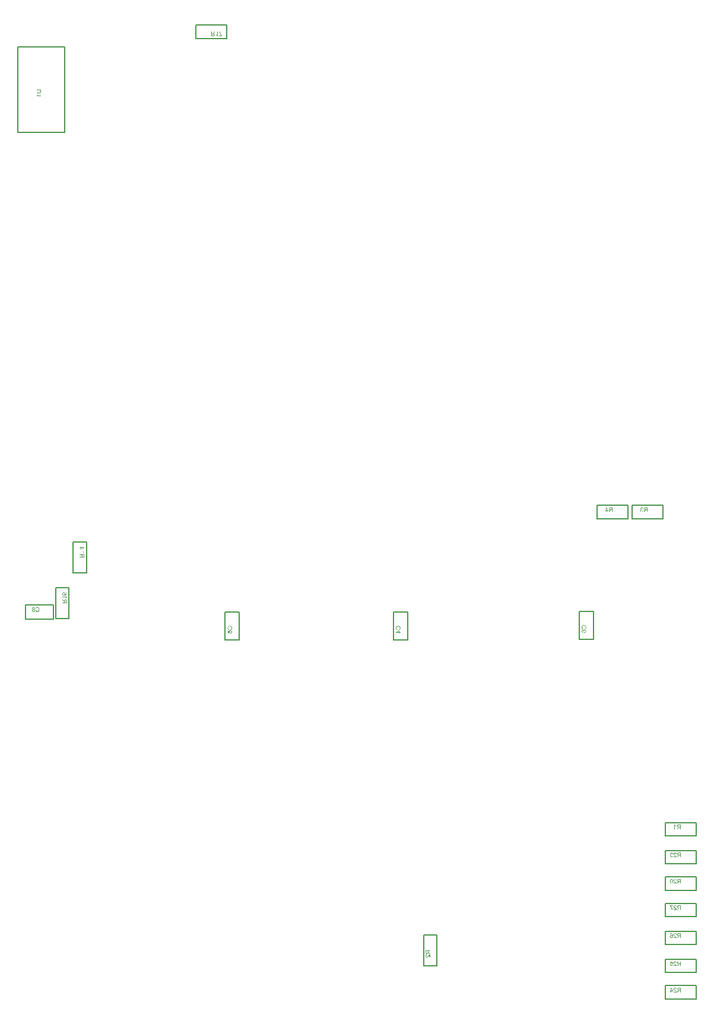
<source format=gbr>
G04*
G04 #@! TF.GenerationSoftware,Altium Limited,Altium Designer,24.1.2 (44)*
G04*
G04 Layer_Color=32896*
%FSLAX25Y25*%
%MOIN*%
G70*
G04*
G04 #@! TF.SameCoordinates,A85318EA-E4D8-42E9-B0A6-CF3BD3DAF5E5*
G04*
G04*
G04 #@! TF.FilePolarity,Positive*
G04*
G01*
G75*
%ADD13C,0.00787*%
G36*
X1061867Y622645D02*
X1061965Y622627D01*
X1062049Y622598D01*
X1062121Y622569D01*
X1062154Y622550D01*
X1062180Y622536D01*
X1062205Y622521D01*
X1062223Y622507D01*
X1062238Y622496D01*
X1062249Y622488D01*
X1062256Y622485D01*
X1062260Y622481D01*
X1062329Y622412D01*
X1062384Y622335D01*
X1062427Y622255D01*
X1062464Y622175D01*
X1062486Y622106D01*
X1062496Y622077D01*
X1062504Y622052D01*
X1062507Y622030D01*
X1062511Y622015D01*
X1062515Y622004D01*
Y622001D01*
X1062205Y621946D01*
X1062191Y622026D01*
X1062169Y622095D01*
X1062143Y622154D01*
X1062118Y622201D01*
X1062092Y622237D01*
X1062070Y622263D01*
X1062056Y622281D01*
X1062052Y622285D01*
X1062005Y622321D01*
X1061954Y622350D01*
X1061907Y622368D01*
X1061859Y622383D01*
X1061816Y622390D01*
X1061783Y622397D01*
X1061754D01*
X1061688Y622394D01*
X1061630Y622379D01*
X1061579Y622361D01*
X1061535Y622343D01*
X1061503Y622321D01*
X1061477Y622303D01*
X1061459Y622288D01*
X1061455Y622285D01*
X1061415Y622241D01*
X1061386Y622193D01*
X1061368Y622146D01*
X1061353Y622102D01*
X1061346Y622062D01*
X1061339Y622033D01*
Y622012D01*
Y622008D01*
Y622004D01*
Y621964D01*
X1061346Y621928D01*
X1061364Y621866D01*
X1061390Y621811D01*
X1061419Y621764D01*
X1061448Y621731D01*
X1061474Y621706D01*
X1061492Y621691D01*
X1061495Y621688D01*
X1061499D01*
X1061561Y621655D01*
X1061619Y621629D01*
X1061681Y621611D01*
X1061736Y621600D01*
X1061783Y621593D01*
X1061823Y621586D01*
X1061870D01*
X1061885Y621589D01*
X1061903D01*
X1061940Y621316D01*
X1061892Y621327D01*
X1061849Y621335D01*
X1061812Y621342D01*
X1061779Y621345D01*
X1061754Y621349D01*
X1061721D01*
X1061645Y621342D01*
X1061576Y621327D01*
X1061514Y621305D01*
X1061463Y621280D01*
X1061423Y621254D01*
X1061394Y621233D01*
X1061375Y621218D01*
X1061368Y621211D01*
X1061321Y621156D01*
X1061284Y621098D01*
X1061259Y621040D01*
X1061244Y620981D01*
X1061233Y620934D01*
X1061230Y620894D01*
X1061226Y620880D01*
Y620869D01*
Y620861D01*
Y620858D01*
X1061233Y620778D01*
X1061252Y620705D01*
X1061273Y620643D01*
X1061302Y620588D01*
X1061332Y620545D01*
X1061353Y620512D01*
X1061372Y620490D01*
X1061379Y620483D01*
X1061437Y620432D01*
X1061499Y620395D01*
X1061561Y620370D01*
X1061619Y620352D01*
X1061670Y620341D01*
X1061710Y620337D01*
X1061725Y620333D01*
X1061747D01*
X1061812Y620337D01*
X1061874Y620352D01*
X1061929Y620370D01*
X1061972Y620392D01*
X1062009Y620410D01*
X1062038Y620428D01*
X1062052Y620443D01*
X1062060Y620446D01*
X1062103Y620497D01*
X1062140Y620555D01*
X1062172Y620617D01*
X1062198Y620683D01*
X1062216Y620738D01*
X1062223Y620763D01*
X1062227Y620785D01*
X1062231Y620803D01*
X1062234Y620818D01*
X1062238Y620825D01*
Y620828D01*
X1062547Y620788D01*
X1062540Y620730D01*
X1062529Y620676D01*
X1062496Y620574D01*
X1062456Y620486D01*
X1062434Y620450D01*
X1062413Y620414D01*
X1062391Y620381D01*
X1062369Y620355D01*
X1062351Y620330D01*
X1062333Y620312D01*
X1062322Y620297D01*
X1062311Y620286D01*
X1062304Y620279D01*
X1062300Y620275D01*
X1062256Y620243D01*
X1062212Y620210D01*
X1062169Y620184D01*
X1062121Y620162D01*
X1062031Y620126D01*
X1061943Y620104D01*
X1061903Y620097D01*
X1061867Y620090D01*
X1061834Y620086D01*
X1061805Y620082D01*
X1061783Y620079D01*
X1061750D01*
X1061681Y620082D01*
X1061619Y620090D01*
X1061557Y620100D01*
X1061499Y620115D01*
X1061444Y620133D01*
X1061397Y620152D01*
X1061350Y620173D01*
X1061310Y620195D01*
X1061270Y620213D01*
X1061237Y620235D01*
X1061208Y620253D01*
X1061186Y620272D01*
X1061168Y620286D01*
X1061153Y620297D01*
X1061146Y620304D01*
X1061142Y620308D01*
X1061099Y620352D01*
X1061062Y620399D01*
X1061030Y620446D01*
X1061000Y620494D01*
X1060979Y620537D01*
X1060957Y620585D01*
X1060928Y620672D01*
X1060920Y620712D01*
X1060913Y620748D01*
X1060906Y620781D01*
X1060902Y620810D01*
X1060898Y620832D01*
Y620850D01*
Y620861D01*
Y620865D01*
X1060902Y620952D01*
X1060917Y621032D01*
X1060938Y621102D01*
X1060960Y621160D01*
X1060982Y621207D01*
X1061004Y621243D01*
X1061019Y621265D01*
X1061022Y621273D01*
X1061073Y621327D01*
X1061128Y621375D01*
X1061186Y621411D01*
X1061244Y621440D01*
X1061295Y621462D01*
X1061335Y621477D01*
X1061350Y621480D01*
X1061361Y621484D01*
X1061368Y621487D01*
X1061372D01*
X1061310Y621520D01*
X1061259Y621553D01*
X1061215Y621589D01*
X1061179Y621622D01*
X1061150Y621651D01*
X1061128Y621677D01*
X1061117Y621691D01*
X1061113Y621699D01*
X1061084Y621749D01*
X1061062Y621800D01*
X1061044Y621851D01*
X1061033Y621899D01*
X1061026Y621939D01*
X1061022Y621968D01*
Y621990D01*
Y621997D01*
X1061026Y622059D01*
X1061037Y622121D01*
X1061051Y622175D01*
X1061069Y622223D01*
X1061088Y622263D01*
X1061102Y622295D01*
X1061113Y622314D01*
X1061117Y622321D01*
X1061153Y622375D01*
X1061197Y622423D01*
X1061241Y622463D01*
X1061284Y622499D01*
X1061321Y622525D01*
X1061353Y622547D01*
X1061375Y622557D01*
X1061379Y622561D01*
X1061383D01*
X1061448Y622590D01*
X1061514Y622612D01*
X1061579Y622630D01*
X1061637Y622641D01*
X1061685Y622648D01*
X1061725Y622652D01*
X1061816D01*
X1061867Y622645D01*
D02*
G37*
G36*
X1064961Y620122D02*
X1064626D01*
Y621240D01*
X1064196D01*
X1064156Y621236D01*
X1064127D01*
X1064102Y621233D01*
X1064083Y621229D01*
X1064069D01*
X1064062Y621225D01*
X1064058D01*
X1064000Y621207D01*
X1063974Y621196D01*
X1063952Y621185D01*
X1063931Y621174D01*
X1063916Y621167D01*
X1063909Y621163D01*
X1063905Y621160D01*
X1063876Y621138D01*
X1063847Y621112D01*
X1063792Y621058D01*
X1063767Y621032D01*
X1063749Y621010D01*
X1063738Y620996D01*
X1063734Y620992D01*
X1063698Y620941D01*
X1063658Y620887D01*
X1063618Y620828D01*
X1063577Y620774D01*
X1063545Y620723D01*
X1063519Y620683D01*
X1063508Y620668D01*
X1063501Y620657D01*
X1063494Y620650D01*
Y620646D01*
X1063163Y620122D01*
X1062748D01*
X1063181Y620807D01*
X1063232Y620880D01*
X1063279Y620945D01*
X1063326Y621000D01*
X1063366Y621051D01*
X1063403Y621087D01*
X1063432Y621116D01*
X1063450Y621134D01*
X1063457Y621142D01*
X1063486Y621163D01*
X1063519Y621189D01*
X1063585Y621229D01*
X1063614Y621243D01*
X1063636Y621258D01*
X1063650Y621265D01*
X1063658Y621269D01*
X1063592Y621280D01*
X1063530Y621291D01*
X1063476Y621309D01*
X1063421Y621324D01*
X1063374Y621342D01*
X1063330Y621364D01*
X1063290Y621382D01*
X1063253Y621400D01*
X1063224Y621422D01*
X1063195Y621440D01*
X1063173Y621455D01*
X1063155Y621469D01*
X1063141Y621480D01*
X1063130Y621491D01*
X1063126Y621495D01*
X1063122Y621498D01*
X1063093Y621535D01*
X1063064Y621571D01*
X1063021Y621648D01*
X1062991Y621724D01*
X1062970Y621797D01*
X1062955Y621859D01*
X1062951Y621884D01*
Y621910D01*
X1062948Y621928D01*
Y621942D01*
Y621950D01*
Y621953D01*
X1062951Y622030D01*
X1062962Y622099D01*
X1062980Y622164D01*
X1062999Y622219D01*
X1063021Y622266D01*
X1063035Y622303D01*
X1063050Y622325D01*
X1063053Y622328D01*
Y622332D01*
X1063097Y622390D01*
X1063141Y622441D01*
X1063188Y622485D01*
X1063232Y622517D01*
X1063272Y622543D01*
X1063305Y622557D01*
X1063326Y622569D01*
X1063330Y622572D01*
X1063334D01*
X1063366Y622583D01*
X1063406Y622594D01*
X1063486Y622612D01*
X1063574Y622623D01*
X1063654Y622634D01*
X1063730Y622638D01*
X1063763D01*
X1063792Y622641D01*
X1064961D01*
Y620122D01*
D02*
G37*
G36*
X1045276Y620079D02*
X1044941D01*
Y621196D01*
X1044511D01*
X1044471Y621193D01*
X1044442D01*
X1044417Y621189D01*
X1044398Y621185D01*
X1044384D01*
X1044377Y621182D01*
X1044373D01*
X1044315Y621163D01*
X1044289Y621152D01*
X1044267Y621142D01*
X1044246Y621131D01*
X1044231Y621123D01*
X1044224Y621120D01*
X1044220Y621116D01*
X1044191Y621094D01*
X1044162Y621069D01*
X1044107Y621014D01*
X1044082Y620989D01*
X1044063Y620967D01*
X1044053Y620952D01*
X1044049Y620949D01*
X1044013Y620898D01*
X1043972Y620843D01*
X1043933Y620785D01*
X1043892Y620730D01*
X1043860Y620679D01*
X1043834Y620639D01*
X1043823Y620625D01*
X1043816Y620614D01*
X1043809Y620607D01*
Y620603D01*
X1043478Y620079D01*
X1043062D01*
X1043496Y620763D01*
X1043547Y620836D01*
X1043594Y620901D01*
X1043641Y620956D01*
X1043681Y621007D01*
X1043718Y621043D01*
X1043747Y621072D01*
X1043765Y621091D01*
X1043772Y621098D01*
X1043801Y621120D01*
X1043834Y621145D01*
X1043900Y621185D01*
X1043929Y621200D01*
X1043951Y621214D01*
X1043965Y621222D01*
X1043972Y621225D01*
X1043907Y621236D01*
X1043845Y621247D01*
X1043791Y621265D01*
X1043736Y621280D01*
X1043689Y621298D01*
X1043645Y621320D01*
X1043605Y621338D01*
X1043569Y621356D01*
X1043539Y621378D01*
X1043510Y621396D01*
X1043488Y621411D01*
X1043470Y621425D01*
X1043456Y621436D01*
X1043445Y621447D01*
X1043441Y621451D01*
X1043437Y621455D01*
X1043408Y621491D01*
X1043379Y621527D01*
X1043336Y621604D01*
X1043306Y621680D01*
X1043285Y621753D01*
X1043270Y621815D01*
X1043266Y621840D01*
Y621866D01*
X1043263Y621884D01*
Y621899D01*
Y621906D01*
Y621910D01*
X1043266Y621986D01*
X1043277Y622055D01*
X1043295Y622121D01*
X1043314Y622175D01*
X1043336Y622223D01*
X1043350Y622259D01*
X1043365Y622281D01*
X1043368Y622285D01*
Y622288D01*
X1043412Y622346D01*
X1043456Y622397D01*
X1043503Y622441D01*
X1043547Y622474D01*
X1043587Y622499D01*
X1043619Y622514D01*
X1043641Y622525D01*
X1043645Y622528D01*
X1043649D01*
X1043681Y622539D01*
X1043721Y622550D01*
X1043801Y622569D01*
X1043889Y622579D01*
X1043969Y622590D01*
X1044045Y622594D01*
X1044078D01*
X1044107Y622598D01*
X1045276D01*
Y620079D01*
D02*
G37*
G36*
X1042972Y620967D02*
Y620683D01*
X1041876D01*
Y620079D01*
X1041566D01*
Y620683D01*
X1041224D01*
Y620967D01*
X1041566D01*
Y622598D01*
X1041818D01*
X1042972Y620967D01*
D02*
G37*
G36*
X746951Y600156D02*
X748582D01*
Y599904D01*
X746951Y598751D01*
X746667D01*
Y599846D01*
X746063D01*
Y600156D01*
X746667D01*
Y600498D01*
X746951D01*
Y600156D01*
D02*
G37*
G36*
X748593Y597862D02*
X748531Y597826D01*
X748473Y597786D01*
X748414Y597739D01*
X748363Y597695D01*
X748320Y597651D01*
X748283Y597618D01*
X748273Y597604D01*
X748261Y597593D01*
X748258Y597589D01*
X748254Y597586D01*
X748192Y597509D01*
X748134Y597433D01*
X748083Y597360D01*
X748043Y597287D01*
X748007Y597225D01*
X747992Y597200D01*
X747981Y597178D01*
X747970Y597160D01*
X747967Y597145D01*
X747959Y597138D01*
Y597134D01*
X747661D01*
X747683Y597189D01*
X747708Y597244D01*
X747734Y597298D01*
X747759Y597349D01*
X747781Y597393D01*
X747799Y597429D01*
X747814Y597451D01*
X747818Y597455D01*
Y597458D01*
X747858Y597524D01*
X747897Y597582D01*
X747934Y597633D01*
X747967Y597673D01*
X747992Y597710D01*
X748014Y597731D01*
X748029Y597750D01*
X748032Y597753D01*
X746063D01*
Y598063D01*
X748593D01*
Y597862D01*
D02*
G37*
G36*
X746747Y596268D02*
X746820Y596217D01*
X746886Y596170D01*
X746940Y596123D01*
X746991Y596082D01*
X747028Y596046D01*
X747057Y596017D01*
X747075Y595999D01*
X747082Y595991D01*
X747104Y595962D01*
X747129Y595930D01*
X747169Y595864D01*
X747184Y595835D01*
X747199Y595813D01*
X747206Y595798D01*
X747210Y595791D01*
X747221Y595857D01*
X747231Y595919D01*
X747250Y595973D01*
X747264Y596028D01*
X747282Y596075D01*
X747304Y596119D01*
X747322Y596159D01*
X747341Y596195D01*
X747362Y596224D01*
X747381Y596253D01*
X747395Y596275D01*
X747410Y596293D01*
X747421Y596308D01*
X747432Y596319D01*
X747435Y596323D01*
X747439Y596326D01*
X747475Y596355D01*
X747512Y596385D01*
X747588Y596428D01*
X747665Y596457D01*
X747737Y596479D01*
X747799Y596494D01*
X747825Y596497D01*
X747850D01*
X747868Y596501D01*
X747883D01*
X747890D01*
X747894D01*
X747970Y596497D01*
X748039Y596487D01*
X748105Y596468D01*
X748160Y596450D01*
X748207Y596428D01*
X748243Y596414D01*
X748265Y596399D01*
X748269Y596395D01*
X748273D01*
X748331Y596352D01*
X748382Y596308D01*
X748425Y596261D01*
X748458Y596217D01*
X748484Y596177D01*
X748498Y596144D01*
X748509Y596123D01*
X748513Y596119D01*
Y596115D01*
X748524Y596082D01*
X748534Y596042D01*
X748553Y595962D01*
X748564Y595875D01*
X748575Y595795D01*
X748578Y595718D01*
Y595686D01*
X748582Y595656D01*
Y594488D01*
X746063D01*
Y594823D01*
X747181D01*
Y595253D01*
X747177Y595293D01*
Y595322D01*
X747173Y595347D01*
X747169Y595365D01*
Y595380D01*
X747166Y595387D01*
Y595391D01*
X747148Y595449D01*
X747137Y595474D01*
X747126Y595496D01*
X747115Y595518D01*
X747108Y595533D01*
X747104Y595540D01*
X747100Y595544D01*
X747079Y595573D01*
X747053Y595602D01*
X746998Y595656D01*
X746973Y595682D01*
X746951Y595700D01*
X746937Y595711D01*
X746933Y595715D01*
X746882Y595751D01*
X746827Y595791D01*
X746769Y595831D01*
X746714Y595871D01*
X746664Y595904D01*
X746624Y595930D01*
X746609Y595940D01*
X746598Y595948D01*
X746591Y595955D01*
X746587D01*
X746063Y596286D01*
Y596701D01*
X746747Y596268D01*
D02*
G37*
G36*
X1080324Y444397D02*
X1080364Y444339D01*
X1080411Y444280D01*
X1080455Y444230D01*
X1080498Y444186D01*
X1080531Y444149D01*
X1080546Y444139D01*
X1080557Y444128D01*
X1080560Y444124D01*
X1080564Y444120D01*
X1080640Y444059D01*
X1080717Y444000D01*
X1080789Y443949D01*
X1080862Y443909D01*
X1080924Y443873D01*
X1080950Y443858D01*
X1080972Y443847D01*
X1080990Y443836D01*
X1081004Y443833D01*
X1081011Y443825D01*
X1081015D01*
Y443527D01*
X1080961Y443549D01*
X1080906Y443574D01*
X1080851Y443600D01*
X1080800Y443625D01*
X1080757Y443647D01*
X1080720Y443665D01*
X1080698Y443680D01*
X1080695Y443684D01*
X1080691D01*
X1080626Y443724D01*
X1080567Y443764D01*
X1080517Y443800D01*
X1080476Y443833D01*
X1080440Y443858D01*
X1080418Y443880D01*
X1080400Y443895D01*
X1080396Y443898D01*
Y441929D01*
X1080087D01*
Y444459D01*
X1080287D01*
X1080324Y444397D01*
D02*
G37*
G36*
X1083661Y441929D02*
X1083327D01*
Y443047D01*
X1082897D01*
X1082857Y443043D01*
X1082828D01*
X1082802Y443039D01*
X1082784Y443036D01*
X1082770D01*
X1082762Y443032D01*
X1082759D01*
X1082701Y443014D01*
X1082675Y443003D01*
X1082653Y442992D01*
X1082631Y442981D01*
X1082617Y442974D01*
X1082609Y442970D01*
X1082606Y442967D01*
X1082577Y442945D01*
X1082548Y442919D01*
X1082493Y442865D01*
X1082467Y442839D01*
X1082449Y442817D01*
X1082438Y442803D01*
X1082435Y442799D01*
X1082398Y442748D01*
X1082358Y442694D01*
X1082318Y442635D01*
X1082278Y442581D01*
X1082246Y442530D01*
X1082220Y442490D01*
X1082209Y442475D01*
X1082202Y442464D01*
X1082195Y442457D01*
Y442453D01*
X1081863Y441929D01*
X1081448D01*
X1081882Y442613D01*
X1081933Y442686D01*
X1081980Y442752D01*
X1082027Y442806D01*
X1082067Y442857D01*
X1082104Y442894D01*
X1082133Y442923D01*
X1082151Y442941D01*
X1082158Y442948D01*
X1082187Y442970D01*
X1082220Y442996D01*
X1082285Y443036D01*
X1082315Y443050D01*
X1082337Y443065D01*
X1082351Y443072D01*
X1082358Y443076D01*
X1082293Y443087D01*
X1082231Y443097D01*
X1082176Y443116D01*
X1082122Y443130D01*
X1082074Y443149D01*
X1082031Y443170D01*
X1081991Y443188D01*
X1081954Y443207D01*
X1081925Y443229D01*
X1081896Y443247D01*
X1081874Y443261D01*
X1081856Y443276D01*
X1081841Y443287D01*
X1081831Y443298D01*
X1081827Y443301D01*
X1081823Y443305D01*
X1081794Y443341D01*
X1081765Y443378D01*
X1081721Y443454D01*
X1081692Y443531D01*
X1081670Y443604D01*
X1081656Y443665D01*
X1081652Y443691D01*
Y443716D01*
X1081649Y443735D01*
Y443749D01*
Y443756D01*
Y443760D01*
X1081652Y443836D01*
X1081663Y443906D01*
X1081681Y443971D01*
X1081699Y444026D01*
X1081721Y444073D01*
X1081736Y444109D01*
X1081750Y444131D01*
X1081754Y444135D01*
Y444139D01*
X1081798Y444197D01*
X1081841Y444248D01*
X1081889Y444291D01*
X1081933Y444324D01*
X1081973Y444350D01*
X1082005Y444364D01*
X1082027Y444375D01*
X1082031Y444379D01*
X1082034D01*
X1082067Y444390D01*
X1082107Y444401D01*
X1082187Y444419D01*
X1082275Y444430D01*
X1082355Y444441D01*
X1082431Y444444D01*
X1082464D01*
X1082493Y444448D01*
X1083661D01*
Y441929D01*
D02*
G37*
G36*
X942913Y373681D02*
X941796D01*
Y373251D01*
X941800Y373211D01*
Y373182D01*
X941803Y373157D01*
X941807Y373139D01*
Y373124D01*
X941811Y373117D01*
Y373113D01*
X941829Y373055D01*
X941840Y373029D01*
X941851Y373007D01*
X941862Y372986D01*
X941869Y372971D01*
X941872Y372964D01*
X941876Y372960D01*
X941898Y372931D01*
X941923Y372902D01*
X941978Y372847D01*
X942003Y372822D01*
X942025Y372804D01*
X942040Y372793D01*
X942043Y372789D01*
X942094Y372753D01*
X942149Y372713D01*
X942207Y372673D01*
X942262Y372633D01*
X942313Y372600D01*
X942353Y372574D01*
X942367Y372563D01*
X942378Y372556D01*
X942386Y372549D01*
X942389D01*
X942913Y372218D01*
Y371803D01*
X942229Y372236D01*
X942156Y372287D01*
X942091Y372334D01*
X942036Y372381D01*
X941985Y372422D01*
X941949Y372458D01*
X941920Y372487D01*
X941901Y372505D01*
X941894Y372513D01*
X941872Y372542D01*
X941847Y372574D01*
X941807Y372640D01*
X941792Y372669D01*
X941778Y372691D01*
X941770Y372705D01*
X941767Y372713D01*
X941756Y372647D01*
X941745Y372585D01*
X941727Y372531D01*
X941712Y372476D01*
X941694Y372429D01*
X941672Y372385D01*
X941654Y372345D01*
X941636Y372309D01*
X941614Y372280D01*
X941596Y372250D01*
X941581Y372229D01*
X941567Y372210D01*
X941556Y372196D01*
X941545Y372185D01*
X941541Y372181D01*
X941537Y372178D01*
X941501Y372148D01*
X941465Y372119D01*
X941388Y372076D01*
X941312Y372047D01*
X941239Y372025D01*
X941177Y372010D01*
X941152Y372007D01*
X941126D01*
X941108Y372003D01*
X941093D01*
X941086D01*
X941082D01*
X941006Y372007D01*
X940937Y372017D01*
X940871Y372036D01*
X940817Y372054D01*
X940769Y372076D01*
X940733Y372090D01*
X940711Y372105D01*
X940708Y372108D01*
X940704D01*
X940646Y372152D01*
X940595Y372196D01*
X940551Y372243D01*
X940518Y372287D01*
X940493Y372327D01*
X940478Y372360D01*
X940467Y372381D01*
X940464Y372385D01*
Y372389D01*
X940453Y372422D01*
X940442Y372462D01*
X940424Y372542D01*
X940413Y372629D01*
X940402Y372709D01*
X940398Y372785D01*
Y372818D01*
X940395Y372847D01*
Y374016D01*
X942913D01*
Y373681D01*
D02*
G37*
G36*
Y369979D02*
X942615D01*
Y371220D01*
X942553Y371177D01*
X942528Y371155D01*
X942502Y371137D01*
X942480Y371118D01*
X942466Y371104D01*
X942455Y371093D01*
X942451Y371089D01*
X942433Y371071D01*
X942415Y371049D01*
X942367Y370998D01*
X942313Y370940D01*
X942258Y370878D01*
X942211Y370820D01*
X942189Y370794D01*
X942167Y370773D01*
X942153Y370754D01*
X942142Y370740D01*
X942134Y370732D01*
X942131Y370729D01*
X942080Y370671D01*
X942033Y370612D01*
X941985Y370561D01*
X941945Y370514D01*
X941905Y370470D01*
X941869Y370434D01*
X941836Y370398D01*
X941807Y370369D01*
X941778Y370339D01*
X941756Y370318D01*
X941738Y370299D01*
X941720Y370281D01*
X941698Y370263D01*
X941690Y370256D01*
X941628Y370205D01*
X941574Y370161D01*
X941519Y370125D01*
X941476Y370095D01*
X941436Y370074D01*
X941407Y370059D01*
X941388Y370052D01*
X941381Y370048D01*
X941326Y370026D01*
X941272Y370012D01*
X941221Y369997D01*
X941177Y369990D01*
X941137Y369986D01*
X941108Y369983D01*
X941090D01*
X941082D01*
X941028Y369986D01*
X940977Y369994D01*
X940926Y370001D01*
X940882Y370015D01*
X940795Y370052D01*
X940726Y370088D01*
X940693Y370110D01*
X940668Y370128D01*
X940642Y370146D01*
X940624Y370165D01*
X940609Y370179D01*
X940595Y370186D01*
X940591Y370194D01*
X940588Y370197D01*
X940551Y370237D01*
X940518Y370281D01*
X940493Y370328D01*
X940471Y370376D01*
X940435Y370470D01*
X940409Y370565D01*
X940402Y370605D01*
X940395Y370645D01*
X940391Y370682D01*
X940387Y370711D01*
X940384Y370736D01*
Y370773D01*
X940387Y370838D01*
X940391Y370900D01*
X940402Y370958D01*
X940413Y371013D01*
X940427Y371064D01*
X940442Y371111D01*
X940460Y371155D01*
X940478Y371195D01*
X940497Y371231D01*
X940515Y371260D01*
X940529Y371286D01*
X940544Y371308D01*
X940555Y371326D01*
X940566Y371337D01*
X940569Y371344D01*
X940573Y371348D01*
X940609Y371384D01*
X940649Y371417D01*
X940693Y371450D01*
X940737Y371475D01*
X940824Y371519D01*
X940911Y371548D01*
X940952Y371559D01*
X940991Y371570D01*
X941024Y371577D01*
X941053Y371584D01*
X941079Y371588D01*
X941097D01*
X941108Y371592D01*
X941112D01*
X941144Y371275D01*
X941061Y371268D01*
X940988Y371253D01*
X940922Y371231D01*
X940871Y371206D01*
X940828Y371184D01*
X940799Y371162D01*
X940780Y371147D01*
X940773Y371140D01*
X940729Y371086D01*
X940697Y371027D01*
X940671Y370966D01*
X940657Y370911D01*
X940646Y370860D01*
X940642Y370816D01*
X940638Y370802D01*
Y370780D01*
X940642Y370703D01*
X940657Y370634D01*
X940679Y370576D01*
X940700Y370525D01*
X940726Y370485D01*
X940744Y370460D01*
X940759Y370441D01*
X940766Y370434D01*
X940817Y370390D01*
X940868Y370358D01*
X940919Y370332D01*
X940970Y370318D01*
X941010Y370307D01*
X941046Y370303D01*
X941068Y370299D01*
X941072D01*
X941075D01*
X941141Y370307D01*
X941210Y370321D01*
X941272Y370347D01*
X941330Y370372D01*
X941377Y370401D01*
X941417Y370427D01*
X941432Y370434D01*
X941443Y370441D01*
X941446Y370449D01*
X941450D01*
X941490Y370478D01*
X941530Y370514D01*
X941574Y370554D01*
X941618Y370598D01*
X941705Y370689D01*
X941792Y370780D01*
X941832Y370827D01*
X941869Y370867D01*
X941901Y370907D01*
X941931Y370940D01*
X941953Y370966D01*
X941971Y370987D01*
X941982Y371002D01*
X941985Y371006D01*
X942062Y371096D01*
X942134Y371180D01*
X942200Y371249D01*
X942255Y371304D01*
X942302Y371351D01*
X942335Y371384D01*
X942356Y371402D01*
X942360Y371410D01*
X942364D01*
X942426Y371461D01*
X942484Y371501D01*
X942542Y371537D01*
X942593Y371566D01*
X942637Y371588D01*
X942670Y371603D01*
X942691Y371610D01*
X942695Y371613D01*
X942699D01*
X942739Y371628D01*
X942775Y371635D01*
X942811Y371642D01*
X942844Y371646D01*
X942873Y371650D01*
X942895D01*
X942910D01*
X942913D01*
Y369979D01*
D02*
G37*
G36*
X1080484Y352920D02*
X1080546Y352916D01*
X1080604Y352905D01*
X1080659Y352894D01*
X1080709Y352880D01*
X1080757Y352865D01*
X1080800Y352847D01*
X1080840Y352829D01*
X1080877Y352811D01*
X1080906Y352792D01*
X1080931Y352778D01*
X1080953Y352763D01*
X1080972Y352752D01*
X1080982Y352741D01*
X1080990Y352738D01*
X1080993Y352734D01*
X1081030Y352698D01*
X1081063Y352658D01*
X1081095Y352614D01*
X1081121Y352570D01*
X1081164Y352483D01*
X1081194Y352396D01*
X1081205Y352356D01*
X1081215Y352315D01*
X1081223Y352283D01*
X1081230Y352254D01*
X1081234Y352228D01*
Y352210D01*
X1081237Y352199D01*
Y352195D01*
X1080921Y352163D01*
X1080913Y352246D01*
X1080899Y352319D01*
X1080877Y352385D01*
X1080851Y352436D01*
X1080830Y352479D01*
X1080808Y352508D01*
X1080793Y352527D01*
X1080786Y352534D01*
X1080731Y352578D01*
X1080673Y352610D01*
X1080611Y352636D01*
X1080557Y352650D01*
X1080506Y352661D01*
X1080462Y352665D01*
X1080447Y352669D01*
X1080425D01*
X1080349Y352665D01*
X1080280Y352650D01*
X1080222Y352629D01*
X1080171Y352607D01*
X1080131Y352581D01*
X1080105Y352563D01*
X1080087Y352549D01*
X1080080Y352541D01*
X1080036Y352490D01*
X1080003Y352439D01*
X1079978Y352388D01*
X1079963Y352337D01*
X1079952Y352297D01*
X1079949Y352261D01*
X1079945Y352239D01*
Y352236D01*
Y352232D01*
X1079952Y352166D01*
X1079967Y352097D01*
X1079992Y352035D01*
X1080018Y351977D01*
X1080047Y351930D01*
X1080072Y351890D01*
X1080080Y351875D01*
X1080087Y351864D01*
X1080094Y351861D01*
Y351857D01*
X1080123Y351817D01*
X1080160Y351777D01*
X1080200Y351733D01*
X1080243Y351690D01*
X1080334Y351602D01*
X1080425Y351515D01*
X1080473Y351475D01*
X1080513Y351438D01*
X1080553Y351406D01*
X1080586Y351376D01*
X1080611Y351355D01*
X1080633Y351336D01*
X1080648Y351325D01*
X1080651Y351322D01*
X1080742Y351245D01*
X1080826Y351173D01*
X1080895Y351107D01*
X1080950Y351052D01*
X1080997Y351005D01*
X1081030Y350972D01*
X1081048Y350951D01*
X1081055Y350947D01*
Y350943D01*
X1081106Y350881D01*
X1081146Y350823D01*
X1081183Y350765D01*
X1081212Y350714D01*
X1081234Y350670D01*
X1081248Y350638D01*
X1081255Y350616D01*
X1081259Y350612D01*
Y350608D01*
X1081274Y350568D01*
X1081281Y350532D01*
X1081288Y350496D01*
X1081292Y350463D01*
X1081295Y350434D01*
Y350412D01*
Y350397D01*
Y350394D01*
X1079625D01*
Y350692D01*
X1080866D01*
X1080822Y350754D01*
X1080800Y350780D01*
X1080782Y350805D01*
X1080764Y350827D01*
X1080750Y350841D01*
X1080739Y350852D01*
X1080735Y350856D01*
X1080717Y350874D01*
X1080695Y350892D01*
X1080644Y350940D01*
X1080586Y350994D01*
X1080524Y351049D01*
X1080466Y351096D01*
X1080440Y351118D01*
X1080418Y351140D01*
X1080400Y351154D01*
X1080385Y351165D01*
X1080378Y351173D01*
X1080375Y351176D01*
X1080316Y351227D01*
X1080258Y351274D01*
X1080207Y351322D01*
X1080160Y351362D01*
X1080116Y351402D01*
X1080080Y351438D01*
X1080043Y351471D01*
X1080014Y351500D01*
X1079985Y351529D01*
X1079963Y351551D01*
X1079945Y351569D01*
X1079927Y351588D01*
X1079909Y351609D01*
X1079901Y351617D01*
X1079850Y351678D01*
X1079807Y351733D01*
X1079770Y351788D01*
X1079741Y351831D01*
X1079719Y351871D01*
X1079705Y351901D01*
X1079698Y351919D01*
X1079694Y351926D01*
X1079672Y351981D01*
X1079657Y352035D01*
X1079643Y352086D01*
X1079636Y352130D01*
X1079632Y352170D01*
X1079628Y352199D01*
Y352217D01*
Y352224D01*
X1079632Y352279D01*
X1079639Y352330D01*
X1079647Y352381D01*
X1079661Y352425D01*
X1079698Y352512D01*
X1079734Y352581D01*
X1079756Y352614D01*
X1079774Y352640D01*
X1079792Y352665D01*
X1079810Y352683D01*
X1079825Y352698D01*
X1079832Y352712D01*
X1079840Y352716D01*
X1079843Y352720D01*
X1079883Y352756D01*
X1079927Y352789D01*
X1079974Y352814D01*
X1080021Y352836D01*
X1080116Y352872D01*
X1080211Y352898D01*
X1080251Y352905D01*
X1080291Y352912D01*
X1080327Y352916D01*
X1080356Y352920D01*
X1080382Y352923D01*
X1080418D01*
X1080484Y352920D01*
D02*
G37*
G36*
X1083661Y350394D02*
X1083327D01*
Y351511D01*
X1082897D01*
X1082857Y351507D01*
X1082828D01*
X1082802Y351504D01*
X1082784Y351500D01*
X1082770D01*
X1082762Y351497D01*
X1082759D01*
X1082701Y351478D01*
X1082675Y351467D01*
X1082653Y351456D01*
X1082631Y351446D01*
X1082617Y351438D01*
X1082609Y351435D01*
X1082606Y351431D01*
X1082577Y351409D01*
X1082548Y351384D01*
X1082493Y351329D01*
X1082467Y351304D01*
X1082449Y351282D01*
X1082438Y351267D01*
X1082435Y351264D01*
X1082398Y351213D01*
X1082358Y351158D01*
X1082318Y351100D01*
X1082278Y351045D01*
X1082246Y350994D01*
X1082220Y350954D01*
X1082209Y350940D01*
X1082202Y350929D01*
X1082195Y350921D01*
Y350918D01*
X1081863Y350394D01*
X1081448D01*
X1081882Y351078D01*
X1081933Y351151D01*
X1081980Y351216D01*
X1082027Y351271D01*
X1082067Y351322D01*
X1082104Y351358D01*
X1082133Y351387D01*
X1082151Y351406D01*
X1082158Y351413D01*
X1082187Y351435D01*
X1082220Y351460D01*
X1082285Y351500D01*
X1082315Y351515D01*
X1082337Y351529D01*
X1082351Y351537D01*
X1082358Y351540D01*
X1082293Y351551D01*
X1082231Y351562D01*
X1082176Y351580D01*
X1082122Y351595D01*
X1082074Y351613D01*
X1082031Y351635D01*
X1081991Y351653D01*
X1081954Y351671D01*
X1081925Y351693D01*
X1081896Y351711D01*
X1081874Y351726D01*
X1081856Y351740D01*
X1081841Y351751D01*
X1081831Y351762D01*
X1081827Y351766D01*
X1081823Y351769D01*
X1081794Y351806D01*
X1081765Y351842D01*
X1081721Y351919D01*
X1081692Y351995D01*
X1081670Y352068D01*
X1081656Y352130D01*
X1081652Y352155D01*
Y352181D01*
X1081649Y352199D01*
Y352214D01*
Y352221D01*
Y352224D01*
X1081652Y352301D01*
X1081663Y352370D01*
X1081681Y352436D01*
X1081699Y352490D01*
X1081721Y352538D01*
X1081736Y352574D01*
X1081750Y352596D01*
X1081754Y352600D01*
Y352603D01*
X1081798Y352661D01*
X1081841Y352712D01*
X1081889Y352756D01*
X1081933Y352789D01*
X1081973Y352814D01*
X1082005Y352829D01*
X1082027Y352840D01*
X1082031Y352843D01*
X1082034D01*
X1082067Y352854D01*
X1082107Y352865D01*
X1082187Y352883D01*
X1082275Y352894D01*
X1082355Y352905D01*
X1082431Y352909D01*
X1082464D01*
X1082493Y352912D01*
X1083661D01*
Y350394D01*
D02*
G37*
G36*
X1079399Y351282D02*
Y350998D01*
X1078303D01*
Y350394D01*
X1077994D01*
Y350998D01*
X1077652D01*
Y351282D01*
X1077994D01*
Y352912D01*
X1078245D01*
X1079399Y351282D01*
D02*
G37*
G36*
X1080484Y367727D02*
X1080546Y367724D01*
X1080604Y367713D01*
X1080659Y367702D01*
X1080709Y367687D01*
X1080757Y367673D01*
X1080800Y367654D01*
X1080840Y367636D01*
X1080877Y367618D01*
X1080906Y367600D01*
X1080931Y367585D01*
X1080953Y367571D01*
X1080972Y367560D01*
X1080982Y367549D01*
X1080990Y367545D01*
X1080993Y367542D01*
X1081030Y367505D01*
X1081063Y367465D01*
X1081095Y367422D01*
X1081121Y367378D01*
X1081164Y367290D01*
X1081194Y367203D01*
X1081205Y367163D01*
X1081215Y367123D01*
X1081223Y367090D01*
X1081230Y367061D01*
X1081234Y367036D01*
Y367018D01*
X1081237Y367006D01*
Y367003D01*
X1080921Y366970D01*
X1080913Y367054D01*
X1080899Y367127D01*
X1080877Y367192D01*
X1080851Y367243D01*
X1080830Y367287D01*
X1080808Y367316D01*
X1080793Y367334D01*
X1080786Y367341D01*
X1080731Y367385D01*
X1080673Y367418D01*
X1080611Y367443D01*
X1080557Y367458D01*
X1080506Y367469D01*
X1080462Y367473D01*
X1080447Y367476D01*
X1080425D01*
X1080349Y367473D01*
X1080280Y367458D01*
X1080222Y367436D01*
X1080171Y367414D01*
X1080131Y367389D01*
X1080105Y367371D01*
X1080087Y367356D01*
X1080080Y367349D01*
X1080036Y367298D01*
X1080003Y367247D01*
X1079978Y367196D01*
X1079963Y367145D01*
X1079952Y367105D01*
X1079949Y367068D01*
X1079945Y367047D01*
Y367043D01*
Y367039D01*
X1079952Y366974D01*
X1079967Y366905D01*
X1079992Y366843D01*
X1080018Y366785D01*
X1080047Y366737D01*
X1080072Y366697D01*
X1080080Y366683D01*
X1080087Y366672D01*
X1080094Y366668D01*
Y366664D01*
X1080123Y366624D01*
X1080160Y366584D01*
X1080200Y366541D01*
X1080243Y366497D01*
X1080334Y366410D01*
X1080425Y366322D01*
X1080473Y366282D01*
X1080513Y366246D01*
X1080553Y366213D01*
X1080586Y366184D01*
X1080611Y366162D01*
X1080633Y366144D01*
X1080648Y366133D01*
X1080651Y366129D01*
X1080742Y366053D01*
X1080826Y365980D01*
X1080895Y365915D01*
X1080950Y365860D01*
X1080997Y365813D01*
X1081030Y365780D01*
X1081048Y365758D01*
X1081055Y365754D01*
Y365751D01*
X1081106Y365689D01*
X1081146Y365631D01*
X1081183Y365572D01*
X1081212Y365521D01*
X1081234Y365478D01*
X1081248Y365445D01*
X1081255Y365423D01*
X1081259Y365420D01*
Y365416D01*
X1081274Y365376D01*
X1081281Y365339D01*
X1081288Y365303D01*
X1081292Y365270D01*
X1081295Y365241D01*
Y365219D01*
Y365205D01*
Y365201D01*
X1079625D01*
Y365500D01*
X1080866D01*
X1080822Y365562D01*
X1080800Y365587D01*
X1080782Y365612D01*
X1080764Y365634D01*
X1080750Y365649D01*
X1080739Y365660D01*
X1080735Y365663D01*
X1080717Y365682D01*
X1080695Y365700D01*
X1080644Y365747D01*
X1080586Y365802D01*
X1080524Y365856D01*
X1080466Y365904D01*
X1080440Y365926D01*
X1080418Y365947D01*
X1080400Y365962D01*
X1080385Y365973D01*
X1080378Y365980D01*
X1080375Y365984D01*
X1080316Y366035D01*
X1080258Y366082D01*
X1080207Y366129D01*
X1080160Y366169D01*
X1080116Y366209D01*
X1080080Y366246D01*
X1080043Y366279D01*
X1080014Y366308D01*
X1079985Y366337D01*
X1079963Y366359D01*
X1079945Y366377D01*
X1079927Y366395D01*
X1079909Y366417D01*
X1079901Y366424D01*
X1079850Y366486D01*
X1079807Y366541D01*
X1079770Y366595D01*
X1079741Y366639D01*
X1079719Y366679D01*
X1079705Y366708D01*
X1079698Y366726D01*
X1079694Y366734D01*
X1079672Y366788D01*
X1079657Y366843D01*
X1079643Y366894D01*
X1079636Y366937D01*
X1079632Y366977D01*
X1079628Y367006D01*
Y367025D01*
Y367032D01*
X1079632Y367087D01*
X1079639Y367138D01*
X1079647Y367189D01*
X1079661Y367232D01*
X1079698Y367320D01*
X1079734Y367389D01*
X1079756Y367422D01*
X1079774Y367447D01*
X1079792Y367473D01*
X1079810Y367491D01*
X1079825Y367505D01*
X1079832Y367520D01*
X1079840Y367523D01*
X1079843Y367527D01*
X1079883Y367564D01*
X1079927Y367596D01*
X1079974Y367622D01*
X1080021Y367643D01*
X1080116Y367680D01*
X1080211Y367705D01*
X1080251Y367713D01*
X1080291Y367720D01*
X1080327Y367724D01*
X1080356Y367727D01*
X1080382Y367731D01*
X1080418D01*
X1080484Y367727D01*
D02*
G37*
G36*
X1079239Y366391D02*
X1078948Y366351D01*
X1078922Y366391D01*
X1078889Y366424D01*
X1078860Y366457D01*
X1078831Y366482D01*
X1078802Y366501D01*
X1078780Y366519D01*
X1078766Y366526D01*
X1078762Y366530D01*
X1078715Y366551D01*
X1078667Y366570D01*
X1078624Y366581D01*
X1078580Y366592D01*
X1078544Y366595D01*
X1078514Y366599D01*
X1078445D01*
X1078402Y366592D01*
X1078325Y366573D01*
X1078260Y366548D01*
X1078201Y366522D01*
X1078158Y366493D01*
X1078125Y366468D01*
X1078107Y366450D01*
X1078100Y366446D01*
Y366442D01*
X1078049Y366381D01*
X1078012Y366315D01*
X1077987Y366246D01*
X1077969Y366177D01*
X1077958Y366118D01*
X1077954Y366093D01*
Y366071D01*
X1077950Y366053D01*
Y366038D01*
Y366031D01*
Y366027D01*
Y365976D01*
X1077958Y365929D01*
X1077976Y365838D01*
X1078001Y365762D01*
X1078027Y365700D01*
X1078056Y365649D01*
X1078081Y365609D01*
X1078092Y365598D01*
X1078100Y365587D01*
X1078103Y365583D01*
X1078107Y365580D01*
X1078136Y365550D01*
X1078165Y365525D01*
X1078231Y365481D01*
X1078292Y365452D01*
X1078354Y365434D01*
X1078405Y365420D01*
X1078449Y365416D01*
X1078464Y365412D01*
X1078485D01*
X1078555Y365416D01*
X1078616Y365430D01*
X1078671Y365449D01*
X1078715Y365471D01*
X1078755Y365492D01*
X1078784Y365511D01*
X1078798Y365525D01*
X1078806Y365529D01*
X1078849Y365580D01*
X1078886Y365634D01*
X1078915Y365696D01*
X1078937Y365751D01*
X1078951Y365805D01*
X1078962Y365845D01*
X1078966Y365864D01*
X1078969Y365875D01*
Y365882D01*
Y365885D01*
X1079294Y365860D01*
X1079286Y365802D01*
X1079275Y365747D01*
X1079243Y365645D01*
X1079202Y365558D01*
X1079181Y365518D01*
X1079159Y365485D01*
X1079141Y365452D01*
X1079119Y365423D01*
X1079101Y365401D01*
X1079082Y365383D01*
X1079068Y365369D01*
X1079060Y365354D01*
X1079053Y365350D01*
X1079050Y365347D01*
X1079006Y365314D01*
X1078962Y365285D01*
X1078915Y365259D01*
X1078868Y365237D01*
X1078777Y365205D01*
X1078686Y365183D01*
X1078646Y365172D01*
X1078605Y365168D01*
X1078573Y365165D01*
X1078544Y365161D01*
X1078518Y365157D01*
X1078485D01*
X1078409Y365161D01*
X1078336Y365172D01*
X1078267Y365187D01*
X1078205Y365205D01*
X1078147Y365230D01*
X1078092Y365256D01*
X1078041Y365281D01*
X1077998Y365310D01*
X1077958Y365339D01*
X1077921Y365365D01*
X1077892Y365394D01*
X1077867Y365416D01*
X1077848Y365434D01*
X1077834Y365449D01*
X1077826Y365459D01*
X1077823Y365463D01*
X1077787Y365511D01*
X1077757Y365562D01*
X1077728Y365609D01*
X1077706Y365660D01*
X1077670Y365758D01*
X1077648Y365853D01*
X1077641Y365893D01*
X1077634Y365933D01*
X1077630Y365966D01*
X1077626Y365995D01*
X1077623Y366020D01*
Y366038D01*
Y366049D01*
Y366053D01*
X1077626Y366118D01*
X1077634Y366180D01*
X1077645Y366242D01*
X1077659Y366297D01*
X1077677Y366348D01*
X1077695Y366399D01*
X1077717Y366442D01*
X1077736Y366482D01*
X1077757Y366519D01*
X1077779Y366551D01*
X1077797Y366577D01*
X1077816Y366602D01*
X1077830Y366621D01*
X1077841Y366632D01*
X1077848Y366639D01*
X1077852Y366642D01*
X1077896Y366683D01*
X1077939Y366719D01*
X1077987Y366748D01*
X1078034Y366774D01*
X1078081Y366799D01*
X1078129Y366817D01*
X1078216Y366843D01*
X1078256Y366854D01*
X1078292Y366861D01*
X1078325Y366865D01*
X1078354Y366868D01*
X1078376Y366872D01*
X1078456D01*
X1078500Y366865D01*
X1078587Y366846D01*
X1078667Y366821D01*
X1078740Y366792D01*
X1078798Y366763D01*
X1078824Y366748D01*
X1078846Y366737D01*
X1078864Y366726D01*
X1078875Y366719D01*
X1078882Y366715D01*
X1078886Y366712D01*
X1078751Y367392D01*
X1077743D01*
Y367687D01*
X1078995D01*
X1079239Y366391D01*
D02*
G37*
G36*
X1083661Y365201D02*
X1083327D01*
Y366319D01*
X1082897D01*
X1082857Y366315D01*
X1082828D01*
X1082802Y366311D01*
X1082784Y366308D01*
X1082770D01*
X1082762Y366304D01*
X1082759D01*
X1082701Y366286D01*
X1082675Y366275D01*
X1082653Y366264D01*
X1082631Y366253D01*
X1082617Y366246D01*
X1082609Y366242D01*
X1082606Y366238D01*
X1082577Y366217D01*
X1082548Y366191D01*
X1082493Y366137D01*
X1082467Y366111D01*
X1082449Y366089D01*
X1082438Y366075D01*
X1082435Y366071D01*
X1082398Y366020D01*
X1082358Y365966D01*
X1082318Y365907D01*
X1082278Y365853D01*
X1082246Y365802D01*
X1082220Y365762D01*
X1082209Y365747D01*
X1082202Y365736D01*
X1082195Y365729D01*
Y365725D01*
X1081863Y365201D01*
X1081448D01*
X1081882Y365885D01*
X1081933Y365958D01*
X1081980Y366024D01*
X1082027Y366078D01*
X1082067Y366129D01*
X1082104Y366166D01*
X1082133Y366195D01*
X1082151Y366213D01*
X1082158Y366220D01*
X1082187Y366242D01*
X1082220Y366268D01*
X1082285Y366308D01*
X1082315Y366322D01*
X1082337Y366337D01*
X1082351Y366344D01*
X1082358Y366348D01*
X1082293Y366359D01*
X1082231Y366370D01*
X1082176Y366388D01*
X1082122Y366402D01*
X1082074Y366421D01*
X1082031Y366442D01*
X1081991Y366460D01*
X1081954Y366479D01*
X1081925Y366501D01*
X1081896Y366519D01*
X1081874Y366533D01*
X1081856Y366548D01*
X1081841Y366559D01*
X1081831Y366570D01*
X1081827Y366573D01*
X1081823Y366577D01*
X1081794Y366613D01*
X1081765Y366650D01*
X1081721Y366726D01*
X1081692Y366803D01*
X1081670Y366876D01*
X1081656Y366937D01*
X1081652Y366963D01*
Y366988D01*
X1081649Y367006D01*
Y367021D01*
Y367028D01*
Y367032D01*
X1081652Y367108D01*
X1081663Y367178D01*
X1081681Y367243D01*
X1081699Y367298D01*
X1081721Y367345D01*
X1081736Y367382D01*
X1081750Y367403D01*
X1081754Y367407D01*
Y367411D01*
X1081798Y367469D01*
X1081841Y367520D01*
X1081889Y367564D01*
X1081933Y367596D01*
X1081973Y367622D01*
X1082005Y367636D01*
X1082027Y367647D01*
X1082031Y367651D01*
X1082034D01*
X1082067Y367662D01*
X1082107Y367673D01*
X1082187Y367691D01*
X1082275Y367702D01*
X1082355Y367713D01*
X1082431Y367716D01*
X1082464D01*
X1082493Y367720D01*
X1083661D01*
Y365201D01*
D02*
G37*
G36*
X1080484Y383475D02*
X1080546Y383472D01*
X1080604Y383461D01*
X1080659Y383450D01*
X1080709Y383435D01*
X1080757Y383421D01*
X1080800Y383402D01*
X1080840Y383384D01*
X1080877Y383366D01*
X1080906Y383348D01*
X1080931Y383333D01*
X1080953Y383319D01*
X1080972Y383308D01*
X1080982Y383297D01*
X1080990Y383293D01*
X1080993Y383290D01*
X1081030Y383253D01*
X1081063Y383213D01*
X1081095Y383170D01*
X1081121Y383126D01*
X1081164Y383038D01*
X1081194Y382951D01*
X1081205Y382911D01*
X1081215Y382871D01*
X1081223Y382838D01*
X1081230Y382809D01*
X1081234Y382784D01*
Y382766D01*
X1081237Y382755D01*
Y382751D01*
X1080921Y382718D01*
X1080913Y382802D01*
X1080899Y382875D01*
X1080877Y382940D01*
X1080851Y382991D01*
X1080830Y383035D01*
X1080808Y383064D01*
X1080793Y383082D01*
X1080786Y383089D01*
X1080731Y383133D01*
X1080673Y383166D01*
X1080611Y383191D01*
X1080557Y383206D01*
X1080506Y383217D01*
X1080462Y383221D01*
X1080447Y383224D01*
X1080425D01*
X1080349Y383221D01*
X1080280Y383206D01*
X1080222Y383184D01*
X1080171Y383162D01*
X1080131Y383137D01*
X1080105Y383119D01*
X1080087Y383104D01*
X1080080Y383097D01*
X1080036Y383046D01*
X1080003Y382995D01*
X1079978Y382944D01*
X1079963Y382893D01*
X1079952Y382853D01*
X1079949Y382816D01*
X1079945Y382795D01*
Y382791D01*
Y382787D01*
X1079952Y382722D01*
X1079967Y382653D01*
X1079992Y382591D01*
X1080018Y382533D01*
X1080047Y382485D01*
X1080072Y382445D01*
X1080080Y382431D01*
X1080087Y382420D01*
X1080094Y382416D01*
Y382412D01*
X1080123Y382372D01*
X1080160Y382332D01*
X1080200Y382289D01*
X1080243Y382245D01*
X1080334Y382158D01*
X1080425Y382070D01*
X1080473Y382030D01*
X1080513Y381994D01*
X1080553Y381961D01*
X1080586Y381932D01*
X1080611Y381910D01*
X1080633Y381892D01*
X1080648Y381881D01*
X1080651Y381877D01*
X1080742Y381801D01*
X1080826Y381728D01*
X1080895Y381663D01*
X1080950Y381608D01*
X1080997Y381561D01*
X1081030Y381528D01*
X1081048Y381506D01*
X1081055Y381502D01*
Y381499D01*
X1081106Y381437D01*
X1081146Y381379D01*
X1081183Y381320D01*
X1081212Y381270D01*
X1081234Y381226D01*
X1081248Y381193D01*
X1081255Y381171D01*
X1081259Y381168D01*
Y381164D01*
X1081274Y381124D01*
X1081281Y381087D01*
X1081288Y381051D01*
X1081292Y381018D01*
X1081295Y380989D01*
Y380967D01*
Y380953D01*
Y380949D01*
X1079625D01*
Y381248D01*
X1080866D01*
X1080822Y381310D01*
X1080800Y381335D01*
X1080782Y381360D01*
X1080764Y381382D01*
X1080750Y381397D01*
X1080739Y381408D01*
X1080735Y381411D01*
X1080717Y381430D01*
X1080695Y381448D01*
X1080644Y381495D01*
X1080586Y381550D01*
X1080524Y381604D01*
X1080466Y381652D01*
X1080440Y381674D01*
X1080418Y381695D01*
X1080400Y381710D01*
X1080385Y381721D01*
X1080378Y381728D01*
X1080375Y381732D01*
X1080316Y381783D01*
X1080258Y381830D01*
X1080207Y381877D01*
X1080160Y381917D01*
X1080116Y381957D01*
X1080080Y381994D01*
X1080043Y382027D01*
X1080014Y382056D01*
X1079985Y382085D01*
X1079963Y382107D01*
X1079945Y382125D01*
X1079927Y382143D01*
X1079909Y382165D01*
X1079901Y382172D01*
X1079850Y382234D01*
X1079807Y382289D01*
X1079770Y382343D01*
X1079741Y382387D01*
X1079719Y382427D01*
X1079705Y382456D01*
X1079698Y382474D01*
X1079694Y382482D01*
X1079672Y382536D01*
X1079657Y382591D01*
X1079643Y382642D01*
X1079636Y382685D01*
X1079632Y382726D01*
X1079628Y382755D01*
Y382773D01*
Y382780D01*
X1079632Y382835D01*
X1079639Y382886D01*
X1079647Y382937D01*
X1079661Y382980D01*
X1079698Y383068D01*
X1079734Y383137D01*
X1079756Y383170D01*
X1079774Y383195D01*
X1079792Y383221D01*
X1079810Y383239D01*
X1079825Y383253D01*
X1079832Y383268D01*
X1079840Y383272D01*
X1079843Y383275D01*
X1079883Y383312D01*
X1079927Y383344D01*
X1079974Y383370D01*
X1080021Y383392D01*
X1080116Y383428D01*
X1080211Y383453D01*
X1080251Y383461D01*
X1080291Y383468D01*
X1080327Y383472D01*
X1080356Y383475D01*
X1080382Y383479D01*
X1080418D01*
X1080484Y383475D01*
D02*
G37*
G36*
X1078475D02*
X1078544Y383468D01*
X1078609Y383453D01*
X1078671Y383435D01*
X1078726Y383410D01*
X1078780Y383388D01*
X1078827Y383359D01*
X1078871Y383333D01*
X1078908Y383308D01*
X1078944Y383279D01*
X1078973Y383257D01*
X1078995Y383235D01*
X1079013Y383213D01*
X1079028Y383199D01*
X1079035Y383191D01*
X1079039Y383188D01*
X1079086Y383122D01*
X1079126Y383046D01*
X1079162Y382966D01*
X1079195Y382882D01*
X1079221Y382795D01*
X1079243Y382707D01*
X1079261Y382616D01*
X1079275Y382533D01*
X1079286Y382449D01*
X1079294Y382372D01*
X1079301Y382303D01*
X1079304Y382245D01*
Y382194D01*
X1079308Y382158D01*
Y382143D01*
Y382132D01*
Y382129D01*
Y382125D01*
X1079304Y382008D01*
X1079297Y381899D01*
X1079286Y381797D01*
X1079268Y381703D01*
X1079250Y381619D01*
X1079232Y381542D01*
X1079210Y381473D01*
X1079184Y381411D01*
X1079162Y381360D01*
X1079141Y381313D01*
X1079122Y381277D01*
X1079101Y381244D01*
X1079086Y381219D01*
X1079075Y381204D01*
X1079068Y381193D01*
X1079064Y381189D01*
X1079017Y381138D01*
X1078966Y381095D01*
X1078915Y381058D01*
X1078864Y381026D01*
X1078809Y380996D01*
X1078758Y380975D01*
X1078707Y380956D01*
X1078656Y380942D01*
X1078613Y380931D01*
X1078569Y380920D01*
X1078533Y380913D01*
X1078500Y380909D01*
X1078471D01*
X1078453Y380906D01*
X1078434D01*
X1078351Y380909D01*
X1078274Y380924D01*
X1078205Y380938D01*
X1078143Y380960D01*
X1078096Y380978D01*
X1078059Y380996D01*
X1078045Y381000D01*
X1078034Y381007D01*
X1078030Y381011D01*
X1078027D01*
X1077965Y381055D01*
X1077907Y381106D01*
X1077859Y381157D01*
X1077819Y381208D01*
X1077787Y381255D01*
X1077765Y381291D01*
X1077757Y381306D01*
X1077750Y381317D01*
X1077746Y381320D01*
Y381324D01*
X1077710Y381400D01*
X1077685Y381481D01*
X1077666Y381553D01*
X1077656Y381623D01*
X1077645Y381681D01*
Y381703D01*
X1077641Y381724D01*
Y381743D01*
Y381754D01*
Y381761D01*
Y381765D01*
X1077645Y381830D01*
X1077652Y381892D01*
X1077663Y381954D01*
X1077674Y382008D01*
X1077692Y382059D01*
X1077710Y382110D01*
X1077728Y382154D01*
X1077750Y382194D01*
X1077772Y382230D01*
X1077790Y382263D01*
X1077808Y382289D01*
X1077826Y382314D01*
X1077837Y382332D01*
X1077848Y382343D01*
X1077856Y382350D01*
X1077859Y382354D01*
X1077899Y382394D01*
X1077943Y382431D01*
X1077990Y382460D01*
X1078034Y382485D01*
X1078078Y382511D01*
X1078121Y382529D01*
X1078205Y382554D01*
X1078242Y382565D01*
X1078278Y382573D01*
X1078307Y382576D01*
X1078336Y382580D01*
X1078358Y382583D01*
X1078387D01*
X1078453Y382580D01*
X1078514Y382569D01*
X1078573Y382558D01*
X1078624Y382543D01*
X1078667Y382525D01*
X1078700Y382514D01*
X1078722Y382503D01*
X1078726Y382500D01*
X1078729D01*
X1078788Y382463D01*
X1078839Y382423D01*
X1078886Y382383D01*
X1078922Y382340D01*
X1078955Y382303D01*
X1078980Y382274D01*
X1078995Y382252D01*
X1078999Y382249D01*
Y382314D01*
X1078995Y382380D01*
X1078991Y382438D01*
X1078984Y382496D01*
X1078980Y382547D01*
X1078973Y382594D01*
X1078966Y382638D01*
X1078955Y382678D01*
X1078948Y382715D01*
X1078940Y382744D01*
X1078933Y382769D01*
X1078930Y382791D01*
X1078922Y382805D01*
X1078918Y382816D01*
X1078915Y382824D01*
Y382827D01*
X1078878Y382900D01*
X1078842Y382966D01*
X1078802Y383017D01*
X1078766Y383060D01*
X1078733Y383097D01*
X1078707Y383122D01*
X1078689Y383137D01*
X1078682Y383140D01*
X1078638Y383170D01*
X1078595Y383188D01*
X1078551Y383202D01*
X1078507Y383213D01*
X1078475Y383221D01*
X1078445Y383224D01*
X1078420D01*
X1078354Y383217D01*
X1078292Y383202D01*
X1078242Y383180D01*
X1078194Y383159D01*
X1078158Y383133D01*
X1078132Y383111D01*
X1078118Y383097D01*
X1078111Y383089D01*
X1078085Y383057D01*
X1078059Y383017D01*
X1078038Y382973D01*
X1078023Y382929D01*
X1078008Y382889D01*
X1077998Y382856D01*
X1077994Y382835D01*
X1077990Y382831D01*
Y382827D01*
X1077681Y382853D01*
X1077703Y382955D01*
X1077736Y383046D01*
X1077772Y383126D01*
X1077812Y383191D01*
X1077852Y383242D01*
X1077867Y383264D01*
X1077885Y383282D01*
X1077896Y383293D01*
X1077907Y383304D01*
X1077910Y383308D01*
X1077914Y383312D01*
X1077950Y383341D01*
X1077990Y383366D01*
X1078070Y383410D01*
X1078150Y383439D01*
X1078227Y383457D01*
X1078296Y383472D01*
X1078325Y383475D01*
X1078351D01*
X1078373Y383479D01*
X1078402D01*
X1078475Y383475D01*
D02*
G37*
G36*
X1083661Y380949D02*
X1083327D01*
Y382067D01*
X1082897D01*
X1082857Y382063D01*
X1082828D01*
X1082802Y382059D01*
X1082784Y382056D01*
X1082770D01*
X1082762Y382052D01*
X1082759D01*
X1082701Y382034D01*
X1082675Y382023D01*
X1082653Y382012D01*
X1082631Y382001D01*
X1082617Y381994D01*
X1082609Y381990D01*
X1082606Y381986D01*
X1082577Y381965D01*
X1082548Y381939D01*
X1082493Y381885D01*
X1082467Y381859D01*
X1082449Y381837D01*
X1082438Y381823D01*
X1082435Y381819D01*
X1082398Y381768D01*
X1082358Y381714D01*
X1082318Y381655D01*
X1082278Y381601D01*
X1082246Y381550D01*
X1082220Y381510D01*
X1082209Y381495D01*
X1082202Y381484D01*
X1082195Y381477D01*
Y381473D01*
X1081863Y380949D01*
X1081448D01*
X1081882Y381633D01*
X1081933Y381706D01*
X1081980Y381772D01*
X1082027Y381826D01*
X1082067Y381877D01*
X1082104Y381914D01*
X1082133Y381943D01*
X1082151Y381961D01*
X1082158Y381968D01*
X1082187Y381990D01*
X1082220Y382016D01*
X1082285Y382056D01*
X1082315Y382070D01*
X1082337Y382085D01*
X1082351Y382092D01*
X1082358Y382096D01*
X1082293Y382107D01*
X1082231Y382118D01*
X1082176Y382136D01*
X1082122Y382150D01*
X1082074Y382169D01*
X1082031Y382190D01*
X1081991Y382209D01*
X1081954Y382227D01*
X1081925Y382249D01*
X1081896Y382267D01*
X1081874Y382281D01*
X1081856Y382296D01*
X1081841Y382307D01*
X1081831Y382318D01*
X1081827Y382321D01*
X1081823Y382325D01*
X1081794Y382362D01*
X1081765Y382398D01*
X1081721Y382474D01*
X1081692Y382551D01*
X1081670Y382624D01*
X1081656Y382685D01*
X1081652Y382711D01*
Y382736D01*
X1081649Y382755D01*
Y382769D01*
Y382776D01*
Y382780D01*
X1081652Y382856D01*
X1081663Y382926D01*
X1081681Y382991D01*
X1081699Y383046D01*
X1081721Y383093D01*
X1081736Y383130D01*
X1081750Y383151D01*
X1081754Y383155D01*
Y383159D01*
X1081798Y383217D01*
X1081841Y383268D01*
X1081889Y383312D01*
X1081933Y383344D01*
X1081973Y383370D01*
X1082005Y383384D01*
X1082027Y383395D01*
X1082031Y383399D01*
X1082034D01*
X1082067Y383410D01*
X1082107Y383421D01*
X1082187Y383439D01*
X1082275Y383450D01*
X1082355Y383461D01*
X1082431Y383464D01*
X1082464D01*
X1082493Y383468D01*
X1083661D01*
Y380949D01*
D02*
G37*
G36*
X1080484Y399180D02*
X1080546Y399176D01*
X1080604Y399165D01*
X1080659Y399154D01*
X1080709Y399140D01*
X1080757Y399125D01*
X1080800Y399107D01*
X1080840Y399089D01*
X1080877Y399070D01*
X1080906Y399052D01*
X1080931Y399038D01*
X1080953Y399023D01*
X1080972Y399012D01*
X1080982Y399001D01*
X1080990Y398998D01*
X1080993Y398994D01*
X1081030Y398958D01*
X1081063Y398918D01*
X1081095Y398874D01*
X1081121Y398830D01*
X1081164Y398743D01*
X1081194Y398656D01*
X1081205Y398615D01*
X1081215Y398575D01*
X1081223Y398543D01*
X1081230Y398514D01*
X1081234Y398488D01*
Y398470D01*
X1081237Y398459D01*
Y398455D01*
X1080921Y398423D01*
X1080913Y398506D01*
X1080899Y398579D01*
X1080877Y398645D01*
X1080851Y398695D01*
X1080830Y398739D01*
X1080808Y398768D01*
X1080793Y398786D01*
X1080786Y398794D01*
X1080731Y398837D01*
X1080673Y398870D01*
X1080611Y398896D01*
X1080557Y398910D01*
X1080506Y398921D01*
X1080462Y398925D01*
X1080447Y398928D01*
X1080425D01*
X1080349Y398925D01*
X1080280Y398910D01*
X1080222Y398888D01*
X1080171Y398867D01*
X1080131Y398841D01*
X1080105Y398823D01*
X1080087Y398808D01*
X1080080Y398801D01*
X1080036Y398750D01*
X1080003Y398699D01*
X1079978Y398648D01*
X1079963Y398597D01*
X1079952Y398557D01*
X1079949Y398521D01*
X1079945Y398499D01*
Y398495D01*
Y398492D01*
X1079952Y398426D01*
X1079967Y398357D01*
X1079992Y398295D01*
X1080018Y398237D01*
X1080047Y398190D01*
X1080072Y398149D01*
X1080080Y398135D01*
X1080087Y398124D01*
X1080094Y398120D01*
Y398117D01*
X1080123Y398077D01*
X1080160Y398037D01*
X1080200Y397993D01*
X1080243Y397949D01*
X1080334Y397862D01*
X1080425Y397775D01*
X1080473Y397735D01*
X1080513Y397698D01*
X1080553Y397665D01*
X1080586Y397636D01*
X1080611Y397614D01*
X1080633Y397596D01*
X1080648Y397585D01*
X1080651Y397582D01*
X1080742Y397505D01*
X1080826Y397432D01*
X1080895Y397367D01*
X1080950Y397312D01*
X1080997Y397265D01*
X1081030Y397232D01*
X1081048Y397210D01*
X1081055Y397207D01*
Y397203D01*
X1081106Y397141D01*
X1081146Y397083D01*
X1081183Y397025D01*
X1081212Y396974D01*
X1081234Y396930D01*
X1081248Y396897D01*
X1081255Y396876D01*
X1081259Y396872D01*
Y396868D01*
X1081274Y396828D01*
X1081281Y396792D01*
X1081288Y396755D01*
X1081292Y396723D01*
X1081295Y396693D01*
Y396672D01*
Y396657D01*
Y396654D01*
X1079625D01*
Y396952D01*
X1080866D01*
X1080822Y397014D01*
X1080800Y397039D01*
X1080782Y397065D01*
X1080764Y397087D01*
X1080750Y397101D01*
X1080739Y397112D01*
X1080735Y397116D01*
X1080717Y397134D01*
X1080695Y397152D01*
X1080644Y397200D01*
X1080586Y397254D01*
X1080524Y397309D01*
X1080466Y397356D01*
X1080440Y397378D01*
X1080418Y397400D01*
X1080400Y397414D01*
X1080385Y397425D01*
X1080378Y397432D01*
X1080375Y397436D01*
X1080316Y397487D01*
X1080258Y397534D01*
X1080207Y397582D01*
X1080160Y397622D01*
X1080116Y397662D01*
X1080080Y397698D01*
X1080043Y397731D01*
X1080014Y397760D01*
X1079985Y397789D01*
X1079963Y397811D01*
X1079945Y397829D01*
X1079927Y397847D01*
X1079909Y397869D01*
X1079901Y397877D01*
X1079850Y397938D01*
X1079807Y397993D01*
X1079770Y398048D01*
X1079741Y398091D01*
X1079719Y398131D01*
X1079705Y398160D01*
X1079698Y398179D01*
X1079694Y398186D01*
X1079672Y398240D01*
X1079657Y398295D01*
X1079643Y398346D01*
X1079636Y398390D01*
X1079632Y398430D01*
X1079628Y398459D01*
Y398477D01*
Y398484D01*
X1079632Y398539D01*
X1079639Y398590D01*
X1079647Y398641D01*
X1079661Y398685D01*
X1079698Y398772D01*
X1079734Y398841D01*
X1079756Y398874D01*
X1079774Y398899D01*
X1079792Y398925D01*
X1079810Y398943D01*
X1079825Y398958D01*
X1079832Y398972D01*
X1079840Y398976D01*
X1079843Y398979D01*
X1079883Y399016D01*
X1079927Y399049D01*
X1079974Y399074D01*
X1080021Y399096D01*
X1080116Y399132D01*
X1080211Y399158D01*
X1080251Y399165D01*
X1080291Y399172D01*
X1080327Y399176D01*
X1080356Y399180D01*
X1080382Y399183D01*
X1080418D01*
X1080484Y399180D01*
D02*
G37*
G36*
X1083661Y396654D02*
X1083327D01*
Y397771D01*
X1082897D01*
X1082857Y397767D01*
X1082828D01*
X1082802Y397764D01*
X1082784Y397760D01*
X1082770D01*
X1082762Y397756D01*
X1082759D01*
X1082701Y397738D01*
X1082675Y397727D01*
X1082653Y397716D01*
X1082631Y397705D01*
X1082617Y397698D01*
X1082609Y397694D01*
X1082606Y397691D01*
X1082577Y397669D01*
X1082548Y397644D01*
X1082493Y397589D01*
X1082467Y397564D01*
X1082449Y397542D01*
X1082438Y397527D01*
X1082435Y397523D01*
X1082398Y397473D01*
X1082358Y397418D01*
X1082318Y397360D01*
X1082278Y397305D01*
X1082246Y397254D01*
X1082220Y397214D01*
X1082209Y397200D01*
X1082202Y397189D01*
X1082195Y397181D01*
Y397178D01*
X1081863Y396654D01*
X1081448D01*
X1081882Y397338D01*
X1081933Y397411D01*
X1081980Y397476D01*
X1082027Y397531D01*
X1082067Y397582D01*
X1082104Y397618D01*
X1082133Y397647D01*
X1082151Y397665D01*
X1082158Y397673D01*
X1082187Y397694D01*
X1082220Y397720D01*
X1082285Y397760D01*
X1082315Y397775D01*
X1082337Y397789D01*
X1082351Y397796D01*
X1082358Y397800D01*
X1082293Y397811D01*
X1082231Y397822D01*
X1082176Y397840D01*
X1082122Y397855D01*
X1082074Y397873D01*
X1082031Y397895D01*
X1081991Y397913D01*
X1081954Y397931D01*
X1081925Y397953D01*
X1081896Y397971D01*
X1081874Y397986D01*
X1081856Y398000D01*
X1081841Y398011D01*
X1081831Y398022D01*
X1081827Y398026D01*
X1081823Y398029D01*
X1081794Y398066D01*
X1081765Y398102D01*
X1081721Y398179D01*
X1081692Y398255D01*
X1081670Y398328D01*
X1081656Y398390D01*
X1081652Y398415D01*
Y398441D01*
X1081649Y398459D01*
Y398474D01*
Y398481D01*
Y398484D01*
X1081652Y398561D01*
X1081663Y398630D01*
X1081681Y398695D01*
X1081699Y398750D01*
X1081721Y398797D01*
X1081736Y398834D01*
X1081750Y398856D01*
X1081754Y398859D01*
Y398863D01*
X1081798Y398921D01*
X1081841Y398972D01*
X1081889Y399016D01*
X1081933Y399049D01*
X1081973Y399074D01*
X1082005Y399089D01*
X1082027Y399100D01*
X1082031Y399103D01*
X1082034D01*
X1082067Y399114D01*
X1082107Y399125D01*
X1082187Y399143D01*
X1082275Y399154D01*
X1082355Y399165D01*
X1082431Y399169D01*
X1082464D01*
X1082493Y399172D01*
X1083661D01*
Y396654D01*
D02*
G37*
G36*
X1079272Y398841D02*
X1078038D01*
X1078125Y398736D01*
X1078209Y398623D01*
X1078282Y398514D01*
X1078351Y398408D01*
X1078380Y398361D01*
X1078405Y398317D01*
X1078431Y398277D01*
X1078449Y398244D01*
X1078464Y398215D01*
X1078475Y398197D01*
X1078482Y398182D01*
X1078485Y398179D01*
X1078558Y398033D01*
X1078624Y397887D01*
X1078678Y397749D01*
X1078700Y397687D01*
X1078722Y397625D01*
X1078744Y397571D01*
X1078758Y397520D01*
X1078773Y397476D01*
X1078784Y397440D01*
X1078795Y397407D01*
X1078802Y397385D01*
X1078806Y397371D01*
Y397367D01*
X1078842Y397218D01*
X1078857Y397145D01*
X1078868Y397079D01*
X1078878Y397018D01*
X1078889Y396956D01*
X1078897Y396905D01*
X1078904Y396854D01*
X1078908Y396810D01*
X1078911Y396770D01*
X1078915Y396734D01*
Y396704D01*
X1078918Y396683D01*
Y396668D01*
Y396657D01*
Y396654D01*
X1078602D01*
X1078591Y396792D01*
X1078573Y396919D01*
X1078555Y397036D01*
X1078544Y397090D01*
X1078533Y397141D01*
X1078525Y397185D01*
X1078514Y397225D01*
X1078507Y397261D01*
X1078500Y397290D01*
X1078493Y397312D01*
X1078489Y397330D01*
X1078485Y397341D01*
Y397345D01*
X1078431Y397513D01*
X1078373Y397669D01*
X1078343Y397745D01*
X1078314Y397818D01*
X1078282Y397884D01*
X1078252Y397949D01*
X1078227Y398008D01*
X1078201Y398059D01*
X1078180Y398102D01*
X1078161Y398142D01*
X1078143Y398175D01*
X1078132Y398197D01*
X1078125Y398211D01*
X1078121Y398215D01*
X1078078Y398291D01*
X1078034Y398368D01*
X1077990Y398437D01*
X1077947Y398503D01*
X1077907Y398561D01*
X1077867Y398619D01*
X1077826Y398670D01*
X1077794Y398714D01*
X1077761Y398757D01*
X1077732Y398794D01*
X1077703Y398823D01*
X1077681Y398848D01*
X1077666Y398870D01*
X1077652Y398885D01*
X1077645Y398892D01*
X1077641Y398896D01*
Y399140D01*
X1079272D01*
Y398841D01*
D02*
G37*
G36*
X1078609Y428747D02*
X1078707Y428729D01*
X1078791Y428700D01*
X1078864Y428671D01*
X1078897Y428653D01*
X1078922Y428638D01*
X1078948Y428623D01*
X1078966Y428609D01*
X1078980Y428598D01*
X1078991Y428591D01*
X1078999Y428587D01*
X1079002Y428583D01*
X1079071Y428514D01*
X1079126Y428438D01*
X1079170Y428358D01*
X1079206Y428278D01*
X1079228Y428208D01*
X1079239Y428179D01*
X1079246Y428154D01*
X1079250Y428132D01*
X1079253Y428118D01*
X1079257Y428107D01*
Y428103D01*
X1078948Y428048D01*
X1078933Y428128D01*
X1078911Y428198D01*
X1078886Y428256D01*
X1078860Y428303D01*
X1078835Y428340D01*
X1078813Y428365D01*
X1078798Y428383D01*
X1078795Y428387D01*
X1078747Y428423D01*
X1078697Y428452D01*
X1078649Y428471D01*
X1078602Y428485D01*
X1078558Y428492D01*
X1078525Y428500D01*
X1078496D01*
X1078431Y428496D01*
X1078373Y428481D01*
X1078322Y428463D01*
X1078278Y428445D01*
X1078245Y428423D01*
X1078220Y428405D01*
X1078201Y428391D01*
X1078198Y428387D01*
X1078158Y428343D01*
X1078129Y428296D01*
X1078111Y428249D01*
X1078096Y428205D01*
X1078089Y428165D01*
X1078081Y428136D01*
Y428114D01*
Y428110D01*
Y428107D01*
Y428067D01*
X1078089Y428030D01*
X1078107Y427968D01*
X1078132Y427914D01*
X1078161Y427866D01*
X1078191Y427834D01*
X1078216Y427808D01*
X1078234Y427794D01*
X1078238Y427790D01*
X1078242D01*
X1078303Y427757D01*
X1078362Y427732D01*
X1078424Y427713D01*
X1078478Y427703D01*
X1078525Y427695D01*
X1078566Y427688D01*
X1078613D01*
X1078627Y427692D01*
X1078646D01*
X1078682Y427419D01*
X1078635Y427430D01*
X1078591Y427437D01*
X1078555Y427444D01*
X1078522Y427448D01*
X1078496Y427451D01*
X1078464D01*
X1078387Y427444D01*
X1078318Y427430D01*
X1078256Y427408D01*
X1078205Y427382D01*
X1078165Y427357D01*
X1078136Y427335D01*
X1078118Y427320D01*
X1078111Y427313D01*
X1078063Y427258D01*
X1078027Y427200D01*
X1078001Y427142D01*
X1077987Y427084D01*
X1077976Y427036D01*
X1077972Y426996D01*
X1077969Y426982D01*
Y426971D01*
Y426964D01*
Y426960D01*
X1077976Y426880D01*
X1077994Y426807D01*
X1078016Y426745D01*
X1078045Y426691D01*
X1078074Y426647D01*
X1078096Y426614D01*
X1078114Y426592D01*
X1078121Y426585D01*
X1078180Y426534D01*
X1078242Y426498D01*
X1078303Y426472D01*
X1078362Y426454D01*
X1078413Y426443D01*
X1078453Y426440D01*
X1078467Y426436D01*
X1078489D01*
X1078555Y426440D01*
X1078616Y426454D01*
X1078671Y426472D01*
X1078715Y426494D01*
X1078751Y426512D01*
X1078780Y426531D01*
X1078795Y426545D01*
X1078802Y426549D01*
X1078846Y426600D01*
X1078882Y426658D01*
X1078915Y426720D01*
X1078940Y426785D01*
X1078959Y426840D01*
X1078966Y426865D01*
X1078969Y426887D01*
X1078973Y426905D01*
X1078977Y426920D01*
X1078980Y426927D01*
Y426931D01*
X1079290Y426891D01*
X1079283Y426833D01*
X1079272Y426778D01*
X1079239Y426676D01*
X1079199Y426589D01*
X1079177Y426552D01*
X1079155Y426516D01*
X1079133Y426483D01*
X1079111Y426458D01*
X1079093Y426432D01*
X1079075Y426414D01*
X1079064Y426399D01*
X1079053Y426389D01*
X1079046Y426381D01*
X1079042Y426378D01*
X1078999Y426345D01*
X1078955Y426312D01*
X1078911Y426287D01*
X1078864Y426265D01*
X1078773Y426228D01*
X1078686Y426206D01*
X1078646Y426199D01*
X1078609Y426192D01*
X1078576Y426188D01*
X1078547Y426185D01*
X1078525Y426181D01*
X1078493D01*
X1078424Y426185D01*
X1078362Y426192D01*
X1078300Y426203D01*
X1078242Y426217D01*
X1078187Y426236D01*
X1078140Y426254D01*
X1078092Y426276D01*
X1078052Y426298D01*
X1078012Y426316D01*
X1077979Y426338D01*
X1077950Y426356D01*
X1077929Y426374D01*
X1077910Y426389D01*
X1077896Y426399D01*
X1077888Y426407D01*
X1077885Y426410D01*
X1077841Y426454D01*
X1077805Y426501D01*
X1077772Y426549D01*
X1077743Y426596D01*
X1077721Y426640D01*
X1077699Y426687D01*
X1077670Y426774D01*
X1077663Y426814D01*
X1077656Y426851D01*
X1077648Y426884D01*
X1077645Y426913D01*
X1077641Y426934D01*
Y426953D01*
Y426964D01*
Y426967D01*
X1077645Y427055D01*
X1077659Y427135D01*
X1077681Y427204D01*
X1077703Y427262D01*
X1077725Y427309D01*
X1077746Y427346D01*
X1077761Y427368D01*
X1077765Y427375D01*
X1077816Y427430D01*
X1077870Y427477D01*
X1077929Y427513D01*
X1077987Y427542D01*
X1078038Y427564D01*
X1078078Y427579D01*
X1078092Y427582D01*
X1078103Y427586D01*
X1078111Y427590D01*
X1078114D01*
X1078052Y427623D01*
X1078001Y427655D01*
X1077958Y427692D01*
X1077921Y427724D01*
X1077892Y427753D01*
X1077870Y427779D01*
X1077859Y427794D01*
X1077856Y427801D01*
X1077826Y427852D01*
X1077805Y427903D01*
X1077787Y427954D01*
X1077776Y428001D01*
X1077768Y428041D01*
X1077765Y428070D01*
Y428092D01*
Y428099D01*
X1077768Y428161D01*
X1077779Y428223D01*
X1077794Y428278D01*
X1077812Y428325D01*
X1077830Y428365D01*
X1077845Y428398D01*
X1077856Y428416D01*
X1077859Y428423D01*
X1077896Y428478D01*
X1077939Y428525D01*
X1077983Y428565D01*
X1078027Y428602D01*
X1078063Y428627D01*
X1078096Y428649D01*
X1078118Y428660D01*
X1078121Y428663D01*
X1078125D01*
X1078191Y428693D01*
X1078256Y428715D01*
X1078322Y428733D01*
X1078380Y428744D01*
X1078427Y428751D01*
X1078467Y428755D01*
X1078558D01*
X1078609Y428747D01*
D02*
G37*
G36*
X1080484Y428751D02*
X1080546Y428747D01*
X1080604Y428736D01*
X1080659Y428725D01*
X1080709Y428711D01*
X1080757Y428696D01*
X1080800Y428678D01*
X1080840Y428660D01*
X1080877Y428642D01*
X1080906Y428623D01*
X1080931Y428609D01*
X1080953Y428594D01*
X1080972Y428583D01*
X1080982Y428573D01*
X1080990Y428569D01*
X1080993Y428565D01*
X1081030Y428529D01*
X1081063Y428489D01*
X1081095Y428445D01*
X1081121Y428401D01*
X1081164Y428314D01*
X1081194Y428227D01*
X1081205Y428187D01*
X1081215Y428147D01*
X1081223Y428114D01*
X1081230Y428085D01*
X1081234Y428059D01*
Y428041D01*
X1081237Y428030D01*
Y428026D01*
X1080921Y427994D01*
X1080913Y428078D01*
X1080899Y428150D01*
X1080877Y428216D01*
X1080851Y428267D01*
X1080830Y428310D01*
X1080808Y428340D01*
X1080793Y428358D01*
X1080786Y428365D01*
X1080731Y428409D01*
X1080673Y428441D01*
X1080611Y428467D01*
X1080557Y428481D01*
X1080506Y428492D01*
X1080462Y428496D01*
X1080447Y428500D01*
X1080425D01*
X1080349Y428496D01*
X1080280Y428481D01*
X1080222Y428460D01*
X1080171Y428438D01*
X1080131Y428412D01*
X1080105Y428394D01*
X1080087Y428380D01*
X1080080Y428372D01*
X1080036Y428321D01*
X1080003Y428270D01*
X1079978Y428219D01*
X1079963Y428168D01*
X1079952Y428128D01*
X1079949Y428092D01*
X1079945Y428070D01*
Y428067D01*
Y428063D01*
X1079952Y427997D01*
X1079967Y427928D01*
X1079992Y427866D01*
X1080018Y427808D01*
X1080047Y427761D01*
X1080072Y427721D01*
X1080080Y427706D01*
X1080087Y427695D01*
X1080094Y427692D01*
Y427688D01*
X1080123Y427648D01*
X1080160Y427608D01*
X1080200Y427564D01*
X1080243Y427521D01*
X1080334Y427433D01*
X1080425Y427346D01*
X1080473Y427306D01*
X1080513Y427269D01*
X1080553Y427237D01*
X1080586Y427208D01*
X1080611Y427186D01*
X1080633Y427168D01*
X1080648Y427157D01*
X1080651Y427153D01*
X1080742Y427076D01*
X1080826Y427004D01*
X1080895Y426938D01*
X1080950Y426884D01*
X1080997Y426836D01*
X1081030Y426803D01*
X1081048Y426782D01*
X1081055Y426778D01*
Y426774D01*
X1081106Y426713D01*
X1081146Y426654D01*
X1081183Y426596D01*
X1081212Y426545D01*
X1081234Y426501D01*
X1081248Y426469D01*
X1081255Y426447D01*
X1081259Y426443D01*
Y426440D01*
X1081274Y426399D01*
X1081281Y426363D01*
X1081288Y426327D01*
X1081292Y426294D01*
X1081295Y426265D01*
Y426243D01*
Y426228D01*
Y426225D01*
X1079625D01*
Y426523D01*
X1080866D01*
X1080822Y426585D01*
X1080800Y426611D01*
X1080782Y426636D01*
X1080764Y426658D01*
X1080750Y426672D01*
X1080739Y426683D01*
X1080735Y426687D01*
X1080717Y426705D01*
X1080695Y426723D01*
X1080644Y426771D01*
X1080586Y426825D01*
X1080524Y426880D01*
X1080466Y426927D01*
X1080440Y426949D01*
X1080418Y426971D01*
X1080400Y426986D01*
X1080385Y426996D01*
X1080378Y427004D01*
X1080375Y427007D01*
X1080316Y427058D01*
X1080258Y427106D01*
X1080207Y427153D01*
X1080160Y427193D01*
X1080116Y427233D01*
X1080080Y427269D01*
X1080043Y427302D01*
X1080014Y427331D01*
X1079985Y427360D01*
X1079963Y427382D01*
X1079945Y427400D01*
X1079927Y427419D01*
X1079909Y427441D01*
X1079901Y427448D01*
X1079850Y427510D01*
X1079807Y427564D01*
X1079770Y427619D01*
X1079741Y427663D01*
X1079719Y427703D01*
X1079705Y427732D01*
X1079698Y427750D01*
X1079694Y427757D01*
X1079672Y427812D01*
X1079657Y427866D01*
X1079643Y427917D01*
X1079636Y427961D01*
X1079632Y428001D01*
X1079628Y428030D01*
Y428048D01*
Y428056D01*
X1079632Y428110D01*
X1079639Y428161D01*
X1079647Y428212D01*
X1079661Y428256D01*
X1079698Y428343D01*
X1079734Y428412D01*
X1079756Y428445D01*
X1079774Y428471D01*
X1079792Y428496D01*
X1079810Y428514D01*
X1079825Y428529D01*
X1079832Y428543D01*
X1079840Y428547D01*
X1079843Y428551D01*
X1079883Y428587D01*
X1079927Y428620D01*
X1079974Y428645D01*
X1080021Y428667D01*
X1080116Y428704D01*
X1080211Y428729D01*
X1080251Y428736D01*
X1080291Y428744D01*
X1080327Y428747D01*
X1080356Y428751D01*
X1080382Y428755D01*
X1080418D01*
X1080484Y428751D01*
D02*
G37*
G36*
X1083661Y426225D02*
X1083327D01*
Y427342D01*
X1082897D01*
X1082857Y427339D01*
X1082828D01*
X1082802Y427335D01*
X1082784Y427331D01*
X1082770D01*
X1082762Y427328D01*
X1082759D01*
X1082701Y427309D01*
X1082675Y427298D01*
X1082653Y427288D01*
X1082631Y427277D01*
X1082617Y427269D01*
X1082609Y427266D01*
X1082606Y427262D01*
X1082577Y427240D01*
X1082548Y427215D01*
X1082493Y427160D01*
X1082467Y427135D01*
X1082449Y427113D01*
X1082438Y427098D01*
X1082435Y427095D01*
X1082398Y427044D01*
X1082358Y426989D01*
X1082318Y426931D01*
X1082278Y426876D01*
X1082246Y426825D01*
X1082220Y426785D01*
X1082209Y426771D01*
X1082202Y426760D01*
X1082195Y426753D01*
Y426749D01*
X1081863Y426225D01*
X1081448D01*
X1081882Y426909D01*
X1081933Y426982D01*
X1081980Y427047D01*
X1082027Y427102D01*
X1082067Y427153D01*
X1082104Y427189D01*
X1082133Y427218D01*
X1082151Y427237D01*
X1082158Y427244D01*
X1082187Y427266D01*
X1082220Y427291D01*
X1082285Y427331D01*
X1082315Y427346D01*
X1082337Y427360D01*
X1082351Y427368D01*
X1082358Y427371D01*
X1082293Y427382D01*
X1082231Y427393D01*
X1082176Y427411D01*
X1082122Y427426D01*
X1082074Y427444D01*
X1082031Y427466D01*
X1081991Y427484D01*
X1081954Y427502D01*
X1081925Y427524D01*
X1081896Y427542D01*
X1081874Y427557D01*
X1081856Y427571D01*
X1081841Y427582D01*
X1081831Y427593D01*
X1081827Y427597D01*
X1081823Y427601D01*
X1081794Y427637D01*
X1081765Y427673D01*
X1081721Y427750D01*
X1081692Y427826D01*
X1081670Y427899D01*
X1081656Y427961D01*
X1081652Y427986D01*
Y428012D01*
X1081649Y428030D01*
Y428045D01*
Y428052D01*
Y428056D01*
X1081652Y428132D01*
X1081663Y428201D01*
X1081681Y428267D01*
X1081699Y428321D01*
X1081721Y428369D01*
X1081736Y428405D01*
X1081750Y428427D01*
X1081754Y428431D01*
Y428434D01*
X1081798Y428492D01*
X1081841Y428543D01*
X1081889Y428587D01*
X1081933Y428620D01*
X1081973Y428645D01*
X1082005Y428660D01*
X1082027Y428671D01*
X1082031Y428674D01*
X1082034D01*
X1082067Y428685D01*
X1082107Y428696D01*
X1082187Y428715D01*
X1082275Y428725D01*
X1082355Y428736D01*
X1082431Y428740D01*
X1082464D01*
X1082493Y428744D01*
X1083661D01*
Y426225D01*
D02*
G37*
G36*
X1080484Y413987D02*
X1080546Y413983D01*
X1080604Y413973D01*
X1080659Y413962D01*
X1080709Y413947D01*
X1080757Y413933D01*
X1080800Y413914D01*
X1080840Y413896D01*
X1080877Y413878D01*
X1080906Y413860D01*
X1080931Y413845D01*
X1080953Y413831D01*
X1080972Y413820D01*
X1080982Y413809D01*
X1080990Y413805D01*
X1080993Y413801D01*
X1081030Y413765D01*
X1081063Y413725D01*
X1081095Y413681D01*
X1081121Y413638D01*
X1081164Y413550D01*
X1081194Y413463D01*
X1081205Y413423D01*
X1081215Y413383D01*
X1081223Y413350D01*
X1081230Y413321D01*
X1081234Y413296D01*
Y413277D01*
X1081237Y413266D01*
Y413263D01*
X1080921Y413230D01*
X1080913Y413314D01*
X1080899Y413386D01*
X1080877Y413452D01*
X1080851Y413503D01*
X1080830Y413547D01*
X1080808Y413576D01*
X1080793Y413594D01*
X1080786Y413601D01*
X1080731Y413645D01*
X1080673Y413678D01*
X1080611Y413703D01*
X1080557Y413718D01*
X1080506Y413729D01*
X1080462Y413732D01*
X1080447Y413736D01*
X1080425D01*
X1080349Y413732D01*
X1080280Y413718D01*
X1080222Y413696D01*
X1080171Y413674D01*
X1080131Y413649D01*
X1080105Y413630D01*
X1080087Y413616D01*
X1080080Y413609D01*
X1080036Y413558D01*
X1080003Y413507D01*
X1079978Y413456D01*
X1079963Y413405D01*
X1079952Y413365D01*
X1079949Y413328D01*
X1079945Y413306D01*
Y413303D01*
Y413299D01*
X1079952Y413234D01*
X1079967Y413165D01*
X1079992Y413103D01*
X1080018Y413044D01*
X1080047Y412997D01*
X1080072Y412957D01*
X1080080Y412942D01*
X1080087Y412931D01*
X1080094Y412928D01*
Y412924D01*
X1080123Y412884D01*
X1080160Y412844D01*
X1080200Y412801D01*
X1080243Y412757D01*
X1080334Y412669D01*
X1080425Y412582D01*
X1080473Y412542D01*
X1080513Y412506D01*
X1080553Y412473D01*
X1080586Y412444D01*
X1080611Y412422D01*
X1080633Y412404D01*
X1080648Y412393D01*
X1080651Y412389D01*
X1080742Y412313D01*
X1080826Y412240D01*
X1080895Y412174D01*
X1080950Y412120D01*
X1080997Y412073D01*
X1081030Y412040D01*
X1081048Y412018D01*
X1081055Y412014D01*
Y412011D01*
X1081106Y411949D01*
X1081146Y411891D01*
X1081183Y411832D01*
X1081212Y411781D01*
X1081234Y411738D01*
X1081248Y411705D01*
X1081255Y411683D01*
X1081259Y411679D01*
Y411676D01*
X1081274Y411636D01*
X1081281Y411599D01*
X1081288Y411563D01*
X1081292Y411530D01*
X1081295Y411501D01*
Y411479D01*
Y411465D01*
Y411461D01*
X1079625D01*
Y411759D01*
X1080866D01*
X1080822Y411821D01*
X1080800Y411847D01*
X1080782Y411872D01*
X1080764Y411894D01*
X1080750Y411909D01*
X1080739Y411920D01*
X1080735Y411923D01*
X1080717Y411941D01*
X1080695Y411960D01*
X1080644Y412007D01*
X1080586Y412062D01*
X1080524Y412116D01*
X1080466Y412163D01*
X1080440Y412185D01*
X1080418Y412207D01*
X1080400Y412222D01*
X1080385Y412233D01*
X1080378Y412240D01*
X1080375Y412244D01*
X1080316Y412294D01*
X1080258Y412342D01*
X1080207Y412389D01*
X1080160Y412429D01*
X1080116Y412469D01*
X1080080Y412506D01*
X1080043Y412538D01*
X1080014Y412568D01*
X1079985Y412597D01*
X1079963Y412618D01*
X1079945Y412637D01*
X1079927Y412655D01*
X1079909Y412677D01*
X1079901Y412684D01*
X1079850Y412746D01*
X1079807Y412801D01*
X1079770Y412855D01*
X1079741Y412899D01*
X1079719Y412939D01*
X1079705Y412968D01*
X1079698Y412986D01*
X1079694Y412993D01*
X1079672Y413048D01*
X1079657Y413103D01*
X1079643Y413154D01*
X1079636Y413197D01*
X1079632Y413237D01*
X1079628Y413266D01*
Y413285D01*
Y413292D01*
X1079632Y413346D01*
X1079639Y413397D01*
X1079647Y413448D01*
X1079661Y413492D01*
X1079698Y413579D01*
X1079734Y413649D01*
X1079756Y413681D01*
X1079774Y413707D01*
X1079792Y413732D01*
X1079810Y413751D01*
X1079825Y413765D01*
X1079832Y413780D01*
X1079840Y413783D01*
X1079843Y413787D01*
X1079883Y413823D01*
X1079927Y413856D01*
X1079974Y413881D01*
X1080021Y413903D01*
X1080116Y413940D01*
X1080211Y413965D01*
X1080251Y413973D01*
X1080291Y413980D01*
X1080327Y413983D01*
X1080356Y413987D01*
X1080382Y413991D01*
X1080418D01*
X1080484Y413987D01*
D02*
G37*
G36*
X1083661Y411461D02*
X1083327D01*
Y412578D01*
X1082897D01*
X1082857Y412575D01*
X1082828D01*
X1082802Y412571D01*
X1082784Y412568D01*
X1082770D01*
X1082762Y412564D01*
X1082759D01*
X1082701Y412546D01*
X1082675Y412535D01*
X1082653Y412524D01*
X1082631Y412513D01*
X1082617Y412506D01*
X1082609Y412502D01*
X1082606Y412498D01*
X1082577Y412476D01*
X1082548Y412451D01*
X1082493Y412396D01*
X1082467Y412371D01*
X1082449Y412349D01*
X1082438Y412334D01*
X1082435Y412331D01*
X1082398Y412280D01*
X1082358Y412225D01*
X1082318Y412167D01*
X1082278Y412113D01*
X1082246Y412062D01*
X1082220Y412021D01*
X1082209Y412007D01*
X1082202Y411996D01*
X1082195Y411989D01*
Y411985D01*
X1081863Y411461D01*
X1081448D01*
X1081882Y412145D01*
X1081933Y412218D01*
X1081980Y412284D01*
X1082027Y412338D01*
X1082067Y412389D01*
X1082104Y412426D01*
X1082133Y412455D01*
X1082151Y412473D01*
X1082158Y412480D01*
X1082187Y412502D01*
X1082220Y412528D01*
X1082285Y412568D01*
X1082315Y412582D01*
X1082337Y412597D01*
X1082351Y412604D01*
X1082358Y412607D01*
X1082293Y412618D01*
X1082231Y412629D01*
X1082176Y412648D01*
X1082122Y412662D01*
X1082074Y412680D01*
X1082031Y412702D01*
X1081991Y412720D01*
X1081954Y412739D01*
X1081925Y412760D01*
X1081896Y412779D01*
X1081874Y412793D01*
X1081856Y412808D01*
X1081841Y412819D01*
X1081831Y412830D01*
X1081827Y412833D01*
X1081823Y412837D01*
X1081794Y412873D01*
X1081765Y412910D01*
X1081721Y412986D01*
X1081692Y413062D01*
X1081670Y413135D01*
X1081656Y413197D01*
X1081652Y413223D01*
Y413248D01*
X1081649Y413266D01*
Y413281D01*
Y413288D01*
Y413292D01*
X1081652Y413368D01*
X1081663Y413438D01*
X1081681Y413503D01*
X1081699Y413558D01*
X1081721Y413605D01*
X1081736Y413641D01*
X1081750Y413663D01*
X1081754Y413667D01*
Y413670D01*
X1081798Y413729D01*
X1081841Y413780D01*
X1081889Y413823D01*
X1081933Y413856D01*
X1081973Y413881D01*
X1082005Y413896D01*
X1082027Y413907D01*
X1082031Y413911D01*
X1082034D01*
X1082067Y413922D01*
X1082107Y413933D01*
X1082187Y413951D01*
X1082275Y413962D01*
X1082355Y413973D01*
X1082431Y413976D01*
X1082464D01*
X1082493Y413980D01*
X1083661D01*
Y411461D01*
D02*
G37*
G36*
X1078569Y413983D02*
X1078660Y413969D01*
X1078736Y413943D01*
X1078802Y413918D01*
X1078857Y413889D01*
X1078878Y413878D01*
X1078897Y413863D01*
X1078911Y413856D01*
X1078922Y413849D01*
X1078926Y413841D01*
X1078930D01*
X1078995Y413783D01*
X1079050Y413714D01*
X1079097Y413645D01*
X1079133Y413579D01*
X1079162Y413518D01*
X1079177Y413492D01*
X1079184Y413467D01*
X1079191Y413448D01*
X1079199Y413434D01*
X1079202Y413426D01*
Y413423D01*
X1079217Y413368D01*
X1079232Y413314D01*
X1079253Y413194D01*
X1079272Y413073D01*
X1079283Y412961D01*
X1079286Y412906D01*
X1079290Y412859D01*
Y412815D01*
X1079294Y412775D01*
Y412746D01*
Y412720D01*
Y412706D01*
Y412702D01*
X1079290Y412575D01*
X1079283Y412455D01*
X1079272Y412346D01*
X1079253Y412244D01*
X1079235Y412149D01*
X1079213Y412065D01*
X1079191Y411989D01*
X1079170Y411923D01*
X1079148Y411865D01*
X1079122Y411814D01*
X1079104Y411770D01*
X1079086Y411738D01*
X1079068Y411708D01*
X1079057Y411690D01*
X1079050Y411679D01*
X1079046Y411676D01*
X1079006Y411632D01*
X1078962Y411592D01*
X1078915Y411556D01*
X1078868Y411526D01*
X1078820Y411501D01*
X1078773Y411479D01*
X1078726Y411465D01*
X1078682Y411450D01*
X1078638Y411439D01*
X1078598Y411432D01*
X1078562Y411424D01*
X1078533Y411421D01*
X1078507Y411417D01*
X1078471D01*
X1078373Y411424D01*
X1078282Y411439D01*
X1078205Y411465D01*
X1078140Y411490D01*
X1078085Y411516D01*
X1078067Y411530D01*
X1078049Y411541D01*
X1078034Y411548D01*
X1078023Y411556D01*
X1078020Y411563D01*
X1078016D01*
X1077950Y411625D01*
X1077896Y411690D01*
X1077848Y411763D01*
X1077812Y411829D01*
X1077783Y411891D01*
X1077768Y411916D01*
X1077761Y411941D01*
X1077754Y411960D01*
X1077746Y411974D01*
X1077743Y411981D01*
Y411985D01*
X1077725Y412040D01*
X1077710Y412094D01*
X1077688Y412211D01*
X1077670Y412331D01*
X1077659Y412447D01*
X1077656Y412498D01*
X1077652Y412546D01*
Y412589D01*
X1077648Y412629D01*
Y412659D01*
Y412684D01*
Y412699D01*
Y412702D01*
Y412771D01*
X1077652Y412837D01*
Y412895D01*
X1077656Y412953D01*
X1077663Y413004D01*
X1077666Y413055D01*
X1077670Y413099D01*
X1077677Y413139D01*
X1077681Y413175D01*
X1077688Y413208D01*
X1077692Y413234D01*
X1077695Y413256D01*
X1077699Y413274D01*
X1077703Y413285D01*
X1077706Y413292D01*
Y413296D01*
X1077728Y413376D01*
X1077754Y413448D01*
X1077783Y413510D01*
X1077805Y413565D01*
X1077830Y413612D01*
X1077845Y413645D01*
X1077859Y413663D01*
X1077863Y413670D01*
X1077903Y413725D01*
X1077943Y413772D01*
X1077987Y413812D01*
X1078027Y413849D01*
X1078063Y413874D01*
X1078092Y413893D01*
X1078111Y413903D01*
X1078114Y413907D01*
X1078118D01*
X1078176Y413936D01*
X1078238Y413954D01*
X1078296Y413969D01*
X1078351Y413980D01*
X1078398Y413987D01*
X1078438Y413991D01*
X1078471D01*
X1078569Y413983D01*
D02*
G37*
G36*
X1029322Y556489D02*
X1029449Y556474D01*
X1029562Y556456D01*
X1029616Y556441D01*
X1029664Y556431D01*
X1029707Y556420D01*
X1029747Y556405D01*
X1029784Y556394D01*
X1029813Y556387D01*
X1029835Y556376D01*
X1029853Y556372D01*
X1029864Y556365D01*
X1029868D01*
X1029977Y556311D01*
X1030075Y556249D01*
X1030159Y556183D01*
X1030192Y556150D01*
X1030224Y556121D01*
X1030253Y556092D01*
X1030279Y556063D01*
X1030301Y556038D01*
X1030315Y556016D01*
X1030330Y556001D01*
X1030341Y555986D01*
X1030344Y555979D01*
X1030348Y555976D01*
X1030377Y555925D01*
X1030403Y555874D01*
X1030443Y555764D01*
X1030472Y555655D01*
X1030490Y555550D01*
X1030497Y555499D01*
X1030505Y555455D01*
X1030508Y555415D01*
Y555382D01*
X1030512Y555353D01*
Y555313D01*
X1030508Y555240D01*
X1030501Y555171D01*
X1030494Y555106D01*
X1030479Y555044D01*
X1030461Y554986D01*
X1030443Y554931D01*
X1030424Y554880D01*
X1030403Y554833D01*
X1030384Y554793D01*
X1030366Y554753D01*
X1030348Y554723D01*
X1030330Y554694D01*
X1030315Y554676D01*
X1030308Y554658D01*
X1030301Y554651D01*
X1030297Y554647D01*
X1030253Y554596D01*
X1030210Y554552D01*
X1030159Y554512D01*
X1030108Y554472D01*
X1030006Y554407D01*
X1029904Y554356D01*
X1029857Y554334D01*
X1029813Y554316D01*
X1029773Y554301D01*
X1029740Y554290D01*
X1029711Y554279D01*
X1029689Y554272D01*
X1029675Y554268D01*
X1029671D01*
X1029587Y554603D01*
X1029646Y554618D01*
X1029700Y554636D01*
X1029751Y554654D01*
X1029798Y554672D01*
X1029842Y554694D01*
X1029879Y554716D01*
X1029915Y554742D01*
X1029948Y554764D01*
X1029977Y554782D01*
X1029999Y554804D01*
X1030020Y554822D01*
X1030039Y554836D01*
X1030050Y554851D01*
X1030060Y554862D01*
X1030064Y554865D01*
X1030068Y554869D01*
X1030097Y554905D01*
X1030119Y554946D01*
X1030159Y555026D01*
X1030188Y555102D01*
X1030206Y555178D01*
X1030221Y555244D01*
X1030224Y555269D01*
Y555295D01*
X1030228Y555317D01*
Y555342D01*
X1030224Y555426D01*
X1030210Y555506D01*
X1030192Y555579D01*
X1030170Y555644D01*
X1030148Y555695D01*
X1030137Y555717D01*
X1030130Y555735D01*
X1030122Y555750D01*
X1030115Y555761D01*
X1030111Y555768D01*
Y555772D01*
X1030060Y555841D01*
X1030006Y555899D01*
X1029944Y555950D01*
X1029886Y555990D01*
X1029835Y556023D01*
X1029791Y556045D01*
X1029773Y556052D01*
X1029762Y556059D01*
X1029755Y556063D01*
X1029751D01*
X1029657Y556092D01*
X1029562Y556114D01*
X1029467Y556132D01*
X1029380Y556143D01*
X1029340Y556147D01*
X1029303Y556150D01*
X1029271D01*
X1029245Y556154D01*
X1029223D01*
X1029205D01*
X1029194D01*
X1029191D01*
X1029096Y556150D01*
X1029008Y556143D01*
X1028928Y556129D01*
X1028856Y556114D01*
X1028794Y556103D01*
X1028768Y556096D01*
X1028747Y556088D01*
X1028728Y556085D01*
X1028717Y556081D01*
X1028710Y556077D01*
X1028706D01*
X1028623Y556041D01*
X1028546Y556001D01*
X1028484Y555957D01*
X1028430Y555910D01*
X1028386Y555870D01*
X1028357Y555837D01*
X1028339Y555812D01*
X1028331Y555808D01*
Y555804D01*
X1028284Y555728D01*
X1028248Y555644D01*
X1028222Y555564D01*
X1028208Y555488D01*
X1028197Y555419D01*
X1028193Y555390D01*
Y555364D01*
X1028189Y555346D01*
Y555317D01*
X1028193Y555226D01*
X1028208Y555142D01*
X1028230Y555073D01*
X1028251Y555011D01*
X1028277Y554964D01*
X1028295Y554927D01*
X1028310Y554905D01*
X1028317Y554898D01*
X1028372Y554840D01*
X1028433Y554785D01*
X1028499Y554742D01*
X1028564Y554705D01*
X1028623Y554676D01*
X1028652Y554665D01*
X1028674Y554658D01*
X1028692Y554651D01*
X1028706Y554643D01*
X1028714Y554640D01*
X1028717D01*
X1028641Y554312D01*
X1028575Y554334D01*
X1028517Y554356D01*
X1028463Y554385D01*
X1028408Y554410D01*
X1028361Y554439D01*
X1028317Y554472D01*
X1028273Y554501D01*
X1028237Y554530D01*
X1028208Y554560D01*
X1028179Y554585D01*
X1028153Y554611D01*
X1028135Y554629D01*
X1028117Y554647D01*
X1028106Y554662D01*
X1028102Y554669D01*
X1028098Y554672D01*
X1028066Y554723D01*
X1028033Y554774D01*
X1028008Y554825D01*
X1027986Y554880D01*
X1027953Y554989D01*
X1027931Y555087D01*
X1027920Y555135D01*
X1027917Y555175D01*
X1027913Y555215D01*
X1027909Y555248D01*
X1027906Y555273D01*
Y555309D01*
X1027913Y555430D01*
X1027931Y555546D01*
X1027953Y555648D01*
X1027967Y555695D01*
X1027982Y555739D01*
X1027997Y555779D01*
X1028011Y555815D01*
X1028022Y555845D01*
X1028033Y555874D01*
X1028044Y555892D01*
X1028051Y555906D01*
X1028055Y555917D01*
X1028059Y555921D01*
X1028120Y556019D01*
X1028193Y556103D01*
X1028266Y556176D01*
X1028339Y556238D01*
X1028404Y556285D01*
X1028433Y556303D01*
X1028459Y556318D01*
X1028477Y556332D01*
X1028492Y556340D01*
X1028503Y556343D01*
X1028506Y556347D01*
X1028619Y556398D01*
X1028736Y556434D01*
X1028852Y556460D01*
X1028958Y556478D01*
X1029005Y556485D01*
X1029052Y556489D01*
X1029089Y556493D01*
X1029125D01*
X1029150Y556496D01*
X1029172D01*
X1029187D01*
X1029191D01*
X1029322Y556489D01*
D02*
G37*
G36*
X1029409Y553995D02*
X1029518Y553988D01*
X1029620Y553977D01*
X1029715Y553959D01*
X1029798Y553941D01*
X1029875Y553923D01*
X1029944Y553901D01*
X1030006Y553875D01*
X1030057Y553854D01*
X1030104Y553832D01*
X1030141Y553813D01*
X1030173Y553792D01*
X1030199Y553777D01*
X1030213Y553766D01*
X1030224Y553759D01*
X1030228Y553755D01*
X1030279Y553708D01*
X1030323Y553657D01*
X1030359Y553606D01*
X1030392Y553555D01*
X1030421Y553500D01*
X1030443Y553449D01*
X1030461Y553399D01*
X1030475Y553347D01*
X1030486Y553304D01*
X1030497Y553260D01*
X1030505Y553224D01*
X1030508Y553191D01*
Y553162D01*
X1030512Y553144D01*
Y553125D01*
X1030508Y553042D01*
X1030494Y552965D01*
X1030479Y552896D01*
X1030457Y552834D01*
X1030439Y552787D01*
X1030421Y552751D01*
X1030417Y552736D01*
X1030410Y552725D01*
X1030406Y552721D01*
Y552718D01*
X1030363Y552656D01*
X1030312Y552598D01*
X1030261Y552550D01*
X1030210Y552510D01*
X1030162Y552478D01*
X1030126Y552456D01*
X1030111Y552448D01*
X1030101Y552441D01*
X1030097Y552437D01*
X1030093D01*
X1030017Y552401D01*
X1029937Y552376D01*
X1029864Y552357D01*
X1029795Y552347D01*
X1029737Y552336D01*
X1029715D01*
X1029693Y552332D01*
X1029675D01*
X1029664D01*
X1029657D01*
X1029653D01*
X1029587Y552336D01*
X1029525Y552343D01*
X1029463Y552354D01*
X1029409Y552365D01*
X1029358Y552383D01*
X1029307Y552401D01*
X1029263Y552419D01*
X1029223Y552441D01*
X1029187Y552463D01*
X1029154Y552481D01*
X1029129Y552499D01*
X1029103Y552518D01*
X1029085Y552528D01*
X1029074Y552539D01*
X1029067Y552547D01*
X1029063Y552550D01*
X1029023Y552590D01*
X1028987Y552634D01*
X1028958Y552681D01*
X1028932Y552725D01*
X1028907Y552769D01*
X1028888Y552812D01*
X1028863Y552896D01*
X1028852Y552933D01*
X1028845Y552969D01*
X1028841Y552998D01*
X1028837Y553027D01*
X1028834Y553049D01*
Y553078D01*
X1028837Y553144D01*
X1028848Y553206D01*
X1028859Y553264D01*
X1028874Y553315D01*
X1028892Y553358D01*
X1028903Y553391D01*
X1028914Y553413D01*
X1028918Y553417D01*
Y553420D01*
X1028954Y553479D01*
X1028994Y553530D01*
X1029034Y553577D01*
X1029078Y553613D01*
X1029114Y553646D01*
X1029143Y553672D01*
X1029165Y553686D01*
X1029169Y553690D01*
X1029103D01*
X1029038Y553686D01*
X1028979Y553682D01*
X1028921Y553675D01*
X1028870Y553672D01*
X1028823Y553664D01*
X1028779Y553657D01*
X1028739Y553646D01*
X1028703Y553639D01*
X1028674Y553631D01*
X1028648Y553624D01*
X1028626Y553620D01*
X1028612Y553613D01*
X1028601Y553610D01*
X1028594Y553606D01*
X1028590D01*
X1028517Y553570D01*
X1028452Y553533D01*
X1028401Y553493D01*
X1028357Y553457D01*
X1028321Y553424D01*
X1028295Y553399D01*
X1028281Y553380D01*
X1028277Y553373D01*
X1028248Y553329D01*
X1028230Y553286D01*
X1028215Y553242D01*
X1028204Y553198D01*
X1028197Y553165D01*
X1028193Y553136D01*
Y553111D01*
X1028200Y553045D01*
X1028215Y552984D01*
X1028237Y552933D01*
X1028259Y552885D01*
X1028284Y552849D01*
X1028306Y552823D01*
X1028321Y552809D01*
X1028328Y552802D01*
X1028361Y552776D01*
X1028401Y552751D01*
X1028444Y552729D01*
X1028488Y552714D01*
X1028528Y552700D01*
X1028561Y552689D01*
X1028583Y552685D01*
X1028586Y552681D01*
X1028590D01*
X1028564Y552372D01*
X1028463Y552394D01*
X1028372Y552427D01*
X1028292Y552463D01*
X1028226Y552503D01*
X1028175Y552543D01*
X1028153Y552558D01*
X1028135Y552576D01*
X1028124Y552587D01*
X1028113Y552598D01*
X1028109Y552601D01*
X1028106Y552605D01*
X1028077Y552641D01*
X1028051Y552681D01*
X1028008Y552762D01*
X1027978Y552842D01*
X1027960Y552918D01*
X1027946Y552987D01*
X1027942Y553016D01*
Y553042D01*
X1027938Y553064D01*
Y553093D01*
X1027942Y553165D01*
X1027949Y553235D01*
X1027964Y553300D01*
X1027982Y553362D01*
X1028008Y553417D01*
X1028029Y553471D01*
X1028059Y553519D01*
X1028084Y553562D01*
X1028109Y553599D01*
X1028139Y553635D01*
X1028160Y553664D01*
X1028182Y553686D01*
X1028204Y553704D01*
X1028219Y553719D01*
X1028226Y553726D01*
X1028230Y553730D01*
X1028295Y553777D01*
X1028372Y553817D01*
X1028452Y553854D01*
X1028535Y553886D01*
X1028623Y553912D01*
X1028710Y553934D01*
X1028801Y553952D01*
X1028885Y553966D01*
X1028969Y553977D01*
X1029045Y553984D01*
X1029114Y553992D01*
X1029172Y553995D01*
X1029223D01*
X1029260Y553999D01*
X1029274D01*
X1029285D01*
X1029289D01*
X1029292D01*
X1029409Y553995D01*
D02*
G37*
G36*
X924991Y556095D02*
X925118Y556081D01*
X925231Y556062D01*
X925286Y556048D01*
X925333Y556037D01*
X925377Y556026D01*
X925417Y556011D01*
X925453Y556001D01*
X925482Y555993D01*
X925504Y555982D01*
X925522Y555979D01*
X925533Y555971D01*
X925537D01*
X925646Y555917D01*
X925744Y555855D01*
X925828Y555789D01*
X925861Y555757D01*
X925894Y555727D01*
X925923Y555698D01*
X925948Y555669D01*
X925970Y555644D01*
X925985Y555622D01*
X925999Y555607D01*
X926010Y555593D01*
X926014Y555585D01*
X926017Y555582D01*
X926046Y555531D01*
X926072Y555480D01*
X926112Y555371D01*
X926141Y555262D01*
X926159Y555156D01*
X926167Y555105D01*
X926174Y555061D01*
X926178Y555021D01*
Y554989D01*
X926181Y554959D01*
Y554919D01*
X926178Y554847D01*
X926170Y554777D01*
X926163Y554712D01*
X926148Y554650D01*
X926130Y554592D01*
X926112Y554537D01*
X926094Y554486D01*
X926072Y554439D01*
X926054Y554399D01*
X926035Y554359D01*
X926017Y554330D01*
X925999Y554301D01*
X925985Y554282D01*
X925977Y554264D01*
X925970Y554257D01*
X925966Y554253D01*
X925923Y554202D01*
X925879Y554159D01*
X925828Y554119D01*
X925777Y554079D01*
X925675Y554013D01*
X925573Y553962D01*
X925526Y553940D01*
X925482Y553922D01*
X925442Y553907D01*
X925409Y553897D01*
X925380Y553886D01*
X925358Y553878D01*
X925344Y553875D01*
X925340D01*
X925257Y554210D01*
X925315Y554224D01*
X925369Y554242D01*
X925420Y554261D01*
X925468Y554279D01*
X925511Y554301D01*
X925548Y554322D01*
X925584Y554348D01*
X925617Y554370D01*
X925646Y554388D01*
X925668Y554410D01*
X925690Y554428D01*
X925708Y554443D01*
X925719Y554457D01*
X925730Y554468D01*
X925733Y554472D01*
X925737Y554475D01*
X925766Y554512D01*
X925788Y554552D01*
X925828Y554632D01*
X925857Y554708D01*
X925875Y554785D01*
X925890Y554850D01*
X925894Y554876D01*
Y554901D01*
X925897Y554923D01*
Y554949D01*
X925894Y555032D01*
X925879Y555112D01*
X925861Y555185D01*
X925839Y555251D01*
X925817Y555302D01*
X925806Y555323D01*
X925799Y555342D01*
X925792Y555356D01*
X925784Y555367D01*
X925781Y555374D01*
Y555378D01*
X925730Y555447D01*
X925675Y555506D01*
X925613Y555556D01*
X925555Y555596D01*
X925504Y555629D01*
X925460Y555651D01*
X925442Y555658D01*
X925431Y555666D01*
X925424Y555669D01*
X925420D01*
X925326Y555698D01*
X925231Y555720D01*
X925136Y555738D01*
X925049Y555749D01*
X925009Y555753D01*
X924973Y555757D01*
X924940D01*
X924914Y555760D01*
X924893D01*
X924874D01*
X924864D01*
X924860D01*
X924765Y555757D01*
X924678Y555749D01*
X924598Y555735D01*
X924525Y555720D01*
X924463Y555709D01*
X924438Y555702D01*
X924416Y555695D01*
X924397Y555691D01*
X924387Y555687D01*
X924379Y555684D01*
X924376D01*
X924292Y555647D01*
X924216Y555607D01*
X924154Y555564D01*
X924099Y555516D01*
X924055Y555476D01*
X924026Y555444D01*
X924008Y555418D01*
X924001Y555414D01*
Y555411D01*
X923953Y555334D01*
X923917Y555251D01*
X923892Y555171D01*
X923877Y555094D01*
X923866Y555025D01*
X923862Y554996D01*
Y554970D01*
X923859Y554952D01*
Y554923D01*
X923862Y554832D01*
X923877Y554748D01*
X923899Y554679D01*
X923921Y554617D01*
X923946Y554570D01*
X923964Y554534D01*
X923979Y554512D01*
X923986Y554504D01*
X924041Y554446D01*
X924103Y554392D01*
X924168Y554348D01*
X924234Y554312D01*
X924292Y554282D01*
X924321Y554272D01*
X924343Y554264D01*
X924361Y554257D01*
X924376Y554250D01*
X924383Y554246D01*
X924387D01*
X924310Y553918D01*
X924245Y553940D01*
X924186Y553962D01*
X924132Y553991D01*
X924077Y554017D01*
X924030Y554046D01*
X923986Y554079D01*
X923942Y554108D01*
X923906Y554137D01*
X923877Y554166D01*
X923848Y554191D01*
X923822Y554217D01*
X923804Y554235D01*
X923786Y554253D01*
X923775Y554268D01*
X923771Y554275D01*
X923768Y554279D01*
X923735Y554330D01*
X923702Y554381D01*
X923677Y554432D01*
X923655Y554486D01*
X923622Y554595D01*
X923600Y554694D01*
X923590Y554741D01*
X923586Y554781D01*
X923582Y554821D01*
X923578Y554854D01*
X923575Y554879D01*
Y554916D01*
X923582Y555036D01*
X923600Y555152D01*
X923622Y555254D01*
X923637Y555302D01*
X923651Y555345D01*
X923666Y555385D01*
X923680Y555422D01*
X923691Y555451D01*
X923702Y555480D01*
X923713Y555498D01*
X923720Y555513D01*
X923724Y555524D01*
X923728Y555527D01*
X923790Y555626D01*
X923862Y555709D01*
X923935Y555782D01*
X924008Y555844D01*
X924074Y555891D01*
X924103Y555909D01*
X924128Y555924D01*
X924146Y555939D01*
X924161Y555946D01*
X924172Y555949D01*
X924175Y555953D01*
X924288Y556004D01*
X924405Y556040D01*
X924521Y556066D01*
X924627Y556084D01*
X924674Y556091D01*
X924722Y556095D01*
X924758Y556099D01*
X924794D01*
X924820Y556102D01*
X924842D01*
X924856D01*
X924860D01*
X924991Y556095D01*
D02*
G37*
G36*
X925533Y552601D02*
X926137D01*
Y552291D01*
X925533D01*
Y551949D01*
X925249D01*
Y552291D01*
X923619D01*
Y552542D01*
X925249Y553696D01*
X925533D01*
Y552601D01*
D02*
G37*
G36*
X830503Y556095D02*
X830630Y556081D01*
X830743Y556062D01*
X830797Y556048D01*
X830845Y556037D01*
X830888Y556026D01*
X830929Y556011D01*
X830965Y556001D01*
X830994Y555993D01*
X831016Y555982D01*
X831034Y555979D01*
X831045Y555971D01*
X831049D01*
X831158Y555917D01*
X831256Y555855D01*
X831340Y555789D01*
X831373Y555757D01*
X831405Y555727D01*
X831435Y555698D01*
X831460Y555669D01*
X831482Y555644D01*
X831496Y555622D01*
X831511Y555607D01*
X831522Y555593D01*
X831526Y555585D01*
X831529Y555582D01*
X831558Y555531D01*
X831584Y555480D01*
X831624Y555371D01*
X831653Y555262D01*
X831671Y555156D01*
X831678Y555105D01*
X831686Y555061D01*
X831689Y555021D01*
Y554989D01*
X831693Y554959D01*
Y554919D01*
X831689Y554847D01*
X831682Y554777D01*
X831675Y554712D01*
X831660Y554650D01*
X831642Y554592D01*
X831624Y554537D01*
X831606Y554486D01*
X831584Y554439D01*
X831566Y554399D01*
X831547Y554359D01*
X831529Y554330D01*
X831511Y554301D01*
X831496Y554282D01*
X831489Y554264D01*
X831482Y554257D01*
X831478Y554253D01*
X831435Y554202D01*
X831391Y554159D01*
X831340Y554119D01*
X831289Y554079D01*
X831187Y554013D01*
X831085Y553962D01*
X831038Y553940D01*
X830994Y553922D01*
X830954Y553907D01*
X830921Y553897D01*
X830892Y553886D01*
X830870Y553878D01*
X830856Y553875D01*
X830852D01*
X830768Y554210D01*
X830827Y554224D01*
X830881Y554242D01*
X830932Y554261D01*
X830980Y554279D01*
X831023Y554301D01*
X831060Y554322D01*
X831096Y554348D01*
X831129Y554370D01*
X831158Y554388D01*
X831180Y554410D01*
X831201Y554428D01*
X831220Y554443D01*
X831231Y554457D01*
X831242Y554468D01*
X831245Y554472D01*
X831249Y554475D01*
X831278Y554512D01*
X831300Y554552D01*
X831340Y554632D01*
X831369Y554708D01*
X831387Y554785D01*
X831402Y554850D01*
X831405Y554876D01*
Y554901D01*
X831409Y554923D01*
Y554949D01*
X831405Y555032D01*
X831391Y555112D01*
X831373Y555185D01*
X831351Y555251D01*
X831329Y555302D01*
X831318Y555324D01*
X831311Y555342D01*
X831304Y555356D01*
X831296Y555367D01*
X831293Y555374D01*
Y555378D01*
X831242Y555447D01*
X831187Y555506D01*
X831125Y555556D01*
X831067Y555596D01*
X831016Y555629D01*
X830972Y555651D01*
X830954Y555658D01*
X830943Y555666D01*
X830936Y555669D01*
X830932D01*
X830838Y555698D01*
X830743Y555720D01*
X830648Y555738D01*
X830561Y555749D01*
X830521Y555753D01*
X830484Y555757D01*
X830452D01*
X830426Y555760D01*
X830404D01*
X830386D01*
X830375D01*
X830372D01*
X830277Y555757D01*
X830190Y555749D01*
X830110Y555735D01*
X830037Y555720D01*
X829975Y555709D01*
X829949Y555702D01*
X829928Y555695D01*
X829909Y555691D01*
X829898Y555688D01*
X829891Y555684D01*
X829887D01*
X829804Y555647D01*
X829727Y555607D01*
X829665Y555564D01*
X829611Y555516D01*
X829567Y555476D01*
X829538Y555444D01*
X829520Y555418D01*
X829513Y555414D01*
Y555411D01*
X829465Y555334D01*
X829429Y555251D01*
X829403Y555171D01*
X829389Y555094D01*
X829378Y555025D01*
X829374Y554996D01*
Y554970D01*
X829371Y554952D01*
Y554923D01*
X829374Y554832D01*
X829389Y554748D01*
X829411Y554679D01*
X829432Y554617D01*
X829458Y554570D01*
X829476Y554534D01*
X829491Y554512D01*
X829498Y554504D01*
X829553Y554446D01*
X829615Y554392D01*
X829680Y554348D01*
X829746Y554312D01*
X829804Y554282D01*
X829833Y554272D01*
X829855Y554264D01*
X829873Y554257D01*
X829887Y554250D01*
X829895Y554246D01*
X829898D01*
X829822Y553918D01*
X829757Y553940D01*
X829698Y553962D01*
X829644Y553991D01*
X829589Y554017D01*
X829542Y554046D01*
X829498Y554079D01*
X829454Y554108D01*
X829418Y554137D01*
X829389Y554166D01*
X829360Y554191D01*
X829334Y554217D01*
X829316Y554235D01*
X829298Y554253D01*
X829287Y554268D01*
X829283Y554275D01*
X829280Y554279D01*
X829247Y554330D01*
X829214Y554381D01*
X829189Y554432D01*
X829167Y554486D01*
X829134Y554596D01*
X829112Y554694D01*
X829101Y554741D01*
X829098Y554781D01*
X829094Y554821D01*
X829090Y554854D01*
X829087Y554879D01*
Y554916D01*
X829094Y555036D01*
X829112Y555152D01*
X829134Y555254D01*
X829149Y555302D01*
X829163Y555345D01*
X829178Y555385D01*
X829192Y555422D01*
X829203Y555451D01*
X829214Y555480D01*
X829225Y555498D01*
X829232Y555513D01*
X829236Y555524D01*
X829240Y555527D01*
X829301Y555626D01*
X829374Y555709D01*
X829447Y555782D01*
X829520Y555844D01*
X829585Y555891D01*
X829615Y555909D01*
X829640Y555924D01*
X829658Y555939D01*
X829673Y555946D01*
X829684Y555949D01*
X829687Y555953D01*
X829800Y556004D01*
X829917Y556040D01*
X830033Y556066D01*
X830139Y556084D01*
X830186Y556091D01*
X830233Y556095D01*
X830270Y556099D01*
X830306D01*
X830332Y556102D01*
X830353D01*
X830368D01*
X830372D01*
X830503Y556095D01*
D02*
G37*
G36*
X831049Y553583D02*
X831103Y553573D01*
X831205Y553540D01*
X831293Y553500D01*
X831333Y553478D01*
X831365Y553456D01*
X831398Y553438D01*
X831427Y553416D01*
X831449Y553398D01*
X831467Y553380D01*
X831482Y553365D01*
X831496Y553358D01*
X831500Y553351D01*
X831504Y553347D01*
X831536Y553303D01*
X831566Y553260D01*
X831591Y553212D01*
X831613Y553165D01*
X831646Y553074D01*
X831668Y552983D01*
X831678Y552943D01*
X831682Y552903D01*
X831686Y552870D01*
X831689Y552841D01*
X831693Y552815D01*
Y552783D01*
X831689Y552706D01*
X831678Y552633D01*
X831664Y552564D01*
X831646Y552502D01*
X831620Y552444D01*
X831595Y552390D01*
X831569Y552339D01*
X831540Y552295D01*
X831511Y552255D01*
X831485Y552218D01*
X831456Y552189D01*
X831435Y552164D01*
X831416Y552146D01*
X831402Y552131D01*
X831391Y552124D01*
X831387Y552120D01*
X831340Y552084D01*
X831289Y552055D01*
X831242Y552026D01*
X831191Y552004D01*
X831092Y551967D01*
X830998Y551945D01*
X830958Y551938D01*
X830918Y551931D01*
X830885Y551927D01*
X830856Y551924D01*
X830830Y551920D01*
X830812D01*
X830801D01*
X830797D01*
X830732Y551924D01*
X830670Y551931D01*
X830608Y551942D01*
X830554Y551957D01*
X830503Y551975D01*
X830452Y551993D01*
X830408Y552015D01*
X830368Y552033D01*
X830332Y552055D01*
X830299Y552077D01*
X830273Y552095D01*
X830248Y552113D01*
X830230Y552128D01*
X830219Y552139D01*
X830212Y552146D01*
X830208Y552149D01*
X830168Y552193D01*
X830131Y552237D01*
X830102Y552284D01*
X830077Y552331D01*
X830051Y552379D01*
X830033Y552426D01*
X830008Y552513D01*
X829997Y552553D01*
X829989Y552590D01*
X829986Y552623D01*
X829982Y552652D01*
X829978Y552673D01*
Y552754D01*
X829986Y552797D01*
X830004Y552885D01*
X830029Y552965D01*
X830059Y553038D01*
X830088Y553096D01*
X830102Y553121D01*
X830113Y553143D01*
X830124Y553161D01*
X830131Y553172D01*
X830135Y553180D01*
X830139Y553183D01*
X829458Y553049D01*
Y552040D01*
X829163D01*
Y553292D01*
X830459Y553536D01*
X830499Y553245D01*
X830459Y553220D01*
X830426Y553187D01*
X830394Y553158D01*
X830368Y553128D01*
X830350Y553099D01*
X830332Y553078D01*
X830324Y553063D01*
X830321Y553059D01*
X830299Y553012D01*
X830281Y552965D01*
X830270Y552921D01*
X830259Y552877D01*
X830255Y552841D01*
X830252Y552812D01*
Y552743D01*
X830259Y552699D01*
X830277Y552623D01*
X830303Y552557D01*
X830328Y552499D01*
X830357Y552455D01*
X830383Y552422D01*
X830401Y552404D01*
X830404Y552397D01*
X830408D01*
X830470Y552346D01*
X830535Y552310D01*
X830605Y552284D01*
X830674Y552266D01*
X830732Y552255D01*
X830758Y552251D01*
X830779D01*
X830797Y552248D01*
X830812D01*
X830819D01*
X830823D01*
X830874D01*
X830921Y552255D01*
X831012Y552273D01*
X831089Y552299D01*
X831151Y552324D01*
X831201Y552353D01*
X831242Y552379D01*
X831252Y552390D01*
X831263Y552397D01*
X831267Y552400D01*
X831271Y552404D01*
X831300Y552433D01*
X831325Y552462D01*
X831369Y552528D01*
X831398Y552590D01*
X831416Y552652D01*
X831431Y552703D01*
X831435Y552746D01*
X831438Y552761D01*
Y552783D01*
X831435Y552852D01*
X831420Y552914D01*
X831402Y552968D01*
X831380Y553012D01*
X831358Y553052D01*
X831340Y553081D01*
X831325Y553096D01*
X831322Y553103D01*
X831271Y553147D01*
X831216Y553183D01*
X831154Y553212D01*
X831100Y553234D01*
X831045Y553249D01*
X831005Y553260D01*
X830987Y553263D01*
X830976Y553267D01*
X830969D01*
X830965D01*
X830990Y553591D01*
X831049Y553583D01*
D02*
G37*
G36*
X722359Y566575D02*
X722475Y566557D01*
X722577Y566535D01*
X722624Y566521D01*
X722668Y566506D01*
X722708Y566492D01*
X722745Y566477D01*
X722774Y566466D01*
X722803Y566455D01*
X722821Y566444D01*
X722836Y566437D01*
X722847Y566433D01*
X722850Y566430D01*
X722948Y566368D01*
X723032Y566295D01*
X723105Y566222D01*
X723167Y566149D01*
X723214Y566084D01*
X723232Y566055D01*
X723247Y566029D01*
X723261Y566011D01*
X723269Y565997D01*
X723272Y565986D01*
X723276Y565982D01*
X723327Y565869D01*
X723363Y565753D01*
X723389Y565636D01*
X723407Y565531D01*
X723414Y565483D01*
X723418Y565436D01*
X723422Y565400D01*
Y565363D01*
X723425Y565338D01*
Y565316D01*
Y565301D01*
Y565298D01*
X723418Y565167D01*
X723403Y565039D01*
X723385Y564926D01*
X723371Y564872D01*
X723360Y564824D01*
X723349Y564781D01*
X723334Y564741D01*
X723323Y564704D01*
X723316Y564675D01*
X723305Y564653D01*
X723302Y564635D01*
X723294Y564624D01*
Y564621D01*
X723240Y564511D01*
X723178Y564413D01*
X723112Y564329D01*
X723079Y564297D01*
X723050Y564264D01*
X723021Y564235D01*
X722992Y564209D01*
X722967Y564187D01*
X722945Y564173D01*
X722930Y564158D01*
X722916Y564147D01*
X722908Y564144D01*
X722905Y564140D01*
X722854Y564111D01*
X722803Y564085D01*
X722694Y564045D01*
X722584Y564016D01*
X722479Y563998D01*
X722428Y563991D01*
X722384Y563984D01*
X722344Y563980D01*
X722311D01*
X722282Y563976D01*
X722242D01*
X722169Y563980D01*
X722100Y563987D01*
X722035Y563995D01*
X721973Y564009D01*
X721915Y564027D01*
X721860Y564045D01*
X721809Y564064D01*
X721762Y564085D01*
X721722Y564104D01*
X721682Y564122D01*
X721653Y564140D01*
X721623Y564158D01*
X721605Y564173D01*
X721587Y564180D01*
X721580Y564187D01*
X721576Y564191D01*
X721525Y564235D01*
X721482Y564278D01*
X721441Y564329D01*
X721401Y564380D01*
X721336Y564482D01*
X721285Y564584D01*
X721263Y564632D01*
X721245Y564675D01*
X721230Y564715D01*
X721219Y564748D01*
X721208Y564777D01*
X721201Y564799D01*
X721198Y564814D01*
Y564817D01*
X721532Y564901D01*
X721547Y564843D01*
X721565Y564788D01*
X721583Y564737D01*
X721602Y564690D01*
X721623Y564646D01*
X721645Y564610D01*
X721671Y564573D01*
X721693Y564540D01*
X721711Y564511D01*
X721733Y564490D01*
X721751Y564468D01*
X721765Y564450D01*
X721780Y564439D01*
X721791Y564428D01*
X721795Y564424D01*
X721798Y564420D01*
X721835Y564391D01*
X721875Y564369D01*
X721955Y564329D01*
X722031Y564300D01*
X722108Y564282D01*
X722173Y564267D01*
X722199Y564264D01*
X722224D01*
X722246Y564260D01*
X722271D01*
X722355Y564264D01*
X722435Y564278D01*
X722508Y564297D01*
X722574Y564319D01*
X722624Y564340D01*
X722646Y564351D01*
X722664Y564359D01*
X722679Y564366D01*
X722690Y564373D01*
X722697Y564377D01*
X722701D01*
X722770Y564428D01*
X722828Y564482D01*
X722879Y564544D01*
X722919Y564602D01*
X722952Y564653D01*
X722974Y564697D01*
X722981Y564715D01*
X722989Y564726D01*
X722992Y564733D01*
Y564737D01*
X723021Y564832D01*
X723043Y564926D01*
X723061Y565021D01*
X723072Y565108D01*
X723076Y565148D01*
X723079Y565185D01*
Y565218D01*
X723083Y565243D01*
Y565265D01*
Y565283D01*
Y565294D01*
Y565298D01*
X723079Y565392D01*
X723072Y565480D01*
X723058Y565560D01*
X723043Y565632D01*
X723032Y565694D01*
X723025Y565720D01*
X723018Y565742D01*
X723014Y565760D01*
X723010Y565771D01*
X723007Y565778D01*
Y565782D01*
X722970Y565866D01*
X722930Y565942D01*
X722887Y566004D01*
X722839Y566058D01*
X722799Y566102D01*
X722766Y566131D01*
X722741Y566149D01*
X722737Y566157D01*
X722734D01*
X722657Y566204D01*
X722574Y566240D01*
X722493Y566266D01*
X722417Y566281D01*
X722348Y566291D01*
X722319Y566295D01*
X722293D01*
X722275Y566299D01*
X722246D01*
X722155Y566295D01*
X722071Y566281D01*
X722002Y566259D01*
X721940Y566237D01*
X721893Y566211D01*
X721856Y566193D01*
X721835Y566179D01*
X721827Y566171D01*
X721769Y566117D01*
X721714Y566055D01*
X721671Y565989D01*
X721634Y565924D01*
X721605Y565866D01*
X721594Y565836D01*
X721587Y565814D01*
X721580Y565796D01*
X721572Y565782D01*
X721569Y565774D01*
Y565771D01*
X721241Y565847D01*
X721263Y565913D01*
X721285Y565971D01*
X721314Y566026D01*
X721340Y566080D01*
X721369Y566128D01*
X721401Y566171D01*
X721430Y566215D01*
X721460Y566251D01*
X721489Y566281D01*
X721514Y566310D01*
X721540Y566335D01*
X721558Y566353D01*
X721576Y566371D01*
X721591Y566382D01*
X721598Y566386D01*
X721602Y566390D01*
X721653Y566422D01*
X721703Y566455D01*
X721755Y566481D01*
X721809Y566503D01*
X721918Y566535D01*
X722017Y566557D01*
X722064Y566568D01*
X722104Y566572D01*
X722144Y566575D01*
X722177Y566579D01*
X722202Y566583D01*
X722239D01*
X722359Y566575D01*
D02*
G37*
G36*
X720153Y566546D02*
X720211Y566542D01*
X720313Y566521D01*
X720360Y566506D01*
X720404Y566492D01*
X720444Y566473D01*
X720480Y566455D01*
X720510Y566437D01*
X720539Y566419D01*
X720564Y566404D01*
X720582Y566390D01*
X720597Y566379D01*
X720608Y566368D01*
X720615Y566364D01*
X720619Y566361D01*
X720652Y566324D01*
X720684Y566288D01*
X720710Y566248D01*
X720732Y566208D01*
X720768Y566131D01*
X720790Y566058D01*
X720804Y565997D01*
X720808Y565967D01*
X720812Y565946D01*
X720815Y565924D01*
Y565909D01*
Y565902D01*
Y565898D01*
X720812Y565833D01*
X720801Y565771D01*
X720786Y565716D01*
X720768Y565669D01*
X720753Y565632D01*
X720739Y565603D01*
X720728Y565589D01*
X720724Y565582D01*
X720684Y565538D01*
X720641Y565498D01*
X720593Y565461D01*
X720546Y565432D01*
X720502Y565411D01*
X720470Y565396D01*
X720455Y565389D01*
X720444Y565385D01*
X720440Y565381D01*
X720437D01*
X720520Y565356D01*
X720590Y565323D01*
X720652Y565283D01*
X720703Y565247D01*
X720743Y565210D01*
X720772Y565181D01*
X720786Y565163D01*
X720793Y565159D01*
Y565156D01*
X720834Y565090D01*
X720866Y565021D01*
X720888Y564956D01*
X720903Y564890D01*
X720910Y564832D01*
X720914Y564806D01*
Y564784D01*
X720917Y564770D01*
Y564755D01*
Y564748D01*
Y564744D01*
X720914Y564686D01*
X720906Y564628D01*
X720895Y564573D01*
X720881Y564519D01*
X720845Y564428D01*
X720826Y564384D01*
X720804Y564348D01*
X720783Y564311D01*
X720764Y564282D01*
X720743Y564257D01*
X720728Y564235D01*
X720714Y564217D01*
X720703Y564206D01*
X720695Y564198D01*
X720692Y564195D01*
X720648Y564155D01*
X720601Y564122D01*
X720550Y564093D01*
X720499Y564067D01*
X720451Y564049D01*
X720400Y564031D01*
X720302Y564006D01*
X720258Y563995D01*
X720218Y563987D01*
X720182Y563984D01*
X720149Y563980D01*
X720124Y563976D01*
X720087D01*
X720018Y563980D01*
X719956Y563987D01*
X719894Y563998D01*
X719836Y564009D01*
X719785Y564027D01*
X719734Y564045D01*
X719687Y564064D01*
X719647Y564085D01*
X719611Y564107D01*
X719578Y564126D01*
X719552Y564144D01*
X719527Y564162D01*
X719509Y564173D01*
X719498Y564184D01*
X719490Y564191D01*
X719487Y564195D01*
X719447Y564238D01*
X719410Y564282D01*
X719381Y564326D01*
X719356Y564373D01*
X719330Y564417D01*
X719312Y564464D01*
X719287Y564548D01*
X719276Y564588D01*
X719268Y564624D01*
X719265Y564657D01*
X719261Y564682D01*
X719257Y564704D01*
Y564722D01*
Y564733D01*
Y564737D01*
X719261Y564821D01*
X719276Y564897D01*
X719298Y564966D01*
X719319Y565025D01*
X719341Y565072D01*
X719363Y565108D01*
X719378Y565130D01*
X719381Y565134D01*
Y565137D01*
X719432Y565196D01*
X719487Y565247D01*
X719545Y565287D01*
X719600Y565323D01*
X719651Y565349D01*
X719694Y565367D01*
X719709Y565374D01*
X719720Y565378D01*
X719727Y565381D01*
X719731D01*
X719665Y565411D01*
X719611Y565443D01*
X719563Y565476D01*
X719523Y565509D01*
X719494Y565538D01*
X719472Y565560D01*
X719458Y565574D01*
X719454Y565582D01*
X719421Y565632D01*
X719399Y565684D01*
X719381Y565734D01*
X719370Y565785D01*
X719363Y565826D01*
X719359Y565858D01*
Y565880D01*
Y565884D01*
Y565887D01*
X719363Y565938D01*
X719367Y565986D01*
X719392Y566077D01*
X719425Y566157D01*
X719461Y566226D01*
X719498Y566281D01*
X719516Y566302D01*
X719530Y566324D01*
X719545Y566339D01*
X719556Y566350D01*
X719560Y566353D01*
X719563Y566357D01*
X719603Y566390D01*
X719643Y566422D01*
X719687Y566448D01*
X719731Y566470D01*
X719818Y566503D01*
X719905Y566524D01*
X719942Y566535D01*
X719978Y566539D01*
X720011Y566542D01*
X720040Y566546D01*
X720062Y566550D01*
X720095D01*
X720153Y566546D01*
D02*
G37*
G36*
X737145Y574915D02*
X737207Y574907D01*
X737269Y574896D01*
X737323Y574885D01*
X737374Y574867D01*
X737425Y574849D01*
X737469Y574831D01*
X737509Y574809D01*
X737545Y574787D01*
X737578Y574769D01*
X737604Y574751D01*
X737629Y574732D01*
X737647Y574722D01*
X737658Y574711D01*
X737666Y574703D01*
X737669Y574700D01*
X737709Y574660D01*
X737746Y574616D01*
X737775Y574569D01*
X737800Y574525D01*
X737826Y574481D01*
X737844Y574438D01*
X737869Y574354D01*
X737880Y574318D01*
X737887Y574281D01*
X737891Y574252D01*
X737895Y574223D01*
X737898Y574201D01*
Y574172D01*
X737895Y574106D01*
X737884Y574045D01*
X737873Y573986D01*
X737858Y573935D01*
X737840Y573892D01*
X737829Y573859D01*
X737818Y573837D01*
X737815Y573833D01*
Y573830D01*
X737778Y573771D01*
X737738Y573721D01*
X737698Y573673D01*
X737655Y573637D01*
X737618Y573604D01*
X737589Y573579D01*
X737567Y573564D01*
X737564Y573560D01*
X737629D01*
X737695Y573564D01*
X737753Y573568D01*
X737811Y573575D01*
X737862Y573579D01*
X737909Y573586D01*
X737953Y573593D01*
X737993Y573604D01*
X738029Y573611D01*
X738059Y573619D01*
X738084Y573626D01*
X738106Y573630D01*
X738121Y573637D01*
X738131Y573640D01*
X738139Y573644D01*
X738142D01*
X738215Y573680D01*
X738281Y573717D01*
X738332Y573757D01*
X738375Y573793D01*
X738412Y573826D01*
X738437Y573852D01*
X738452Y573870D01*
X738455Y573877D01*
X738484Y573921D01*
X738503Y573965D01*
X738517Y574008D01*
X738528Y574052D01*
X738535Y574085D01*
X738539Y574114D01*
Y574139D01*
X738532Y574205D01*
X738517Y574267D01*
X738495Y574318D01*
X738474Y574365D01*
X738448Y574401D01*
X738426Y574427D01*
X738412Y574441D01*
X738404Y574449D01*
X738372Y574474D01*
X738332Y574500D01*
X738288Y574521D01*
X738244Y574536D01*
X738204Y574550D01*
X738171Y574561D01*
X738150Y574565D01*
X738146Y574569D01*
X738142D01*
X738168Y574878D01*
X738270Y574856D01*
X738361Y574824D01*
X738441Y574787D01*
X738506Y574747D01*
X738557Y574707D01*
X738579Y574692D01*
X738597Y574674D01*
X738608Y574663D01*
X738619Y574652D01*
X738623Y574649D01*
X738626Y574645D01*
X738656Y574609D01*
X738681Y574569D01*
X738725Y574489D01*
X738754Y574408D01*
X738772Y574332D01*
X738787Y574263D01*
X738790Y574234D01*
Y574208D01*
X738794Y574187D01*
Y574157D01*
X738790Y574085D01*
X738783Y574015D01*
X738768Y573950D01*
X738750Y573888D01*
X738725Y573833D01*
X738703Y573779D01*
X738674Y573732D01*
X738648Y573688D01*
X738623Y573651D01*
X738594Y573615D01*
X738572Y573586D01*
X738550Y573564D01*
X738528Y573546D01*
X738514Y573531D01*
X738506Y573524D01*
X738503Y573520D01*
X738437Y573473D01*
X738361Y573433D01*
X738281Y573397D01*
X738197Y573364D01*
X738110Y573338D01*
X738022Y573316D01*
X737931Y573298D01*
X737848Y573284D01*
X737764Y573273D01*
X737687Y573266D01*
X737618Y573258D01*
X737560Y573255D01*
X737509D01*
X737473Y573251D01*
X737458D01*
X737447D01*
X737443D01*
X737440D01*
X737323Y573255D01*
X737214Y573262D01*
X737112Y573273D01*
X737018Y573291D01*
X736934Y573309D01*
X736857Y573327D01*
X736788Y573349D01*
X736726Y573375D01*
X736675Y573397D01*
X736628Y573419D01*
X736592Y573437D01*
X736559Y573458D01*
X736533Y573473D01*
X736519Y573484D01*
X736508Y573491D01*
X736504Y573495D01*
X736453Y573542D01*
X736410Y573593D01*
X736373Y573644D01*
X736341Y573695D01*
X736311Y573750D01*
X736290Y573801D01*
X736271Y573852D01*
X736257Y573903D01*
X736246Y573946D01*
X736235Y573990D01*
X736228Y574026D01*
X736224Y574059D01*
Y574088D01*
X736220Y574106D01*
Y574125D01*
X736224Y574208D01*
X736239Y574285D01*
X736253Y574354D01*
X736275Y574416D01*
X736293Y574463D01*
X736311Y574500D01*
X736315Y574514D01*
X736322Y574525D01*
X736326Y574529D01*
Y574532D01*
X736370Y574594D01*
X736421Y574652D01*
X736472Y574700D01*
X736522Y574740D01*
X736570Y574773D01*
X736606Y574794D01*
X736621Y574802D01*
X736632Y574809D01*
X736635Y574813D01*
X736639D01*
X736715Y574849D01*
X736796Y574874D01*
X736868Y574893D01*
X736938Y574904D01*
X736996Y574915D01*
X737018D01*
X737039Y574918D01*
X737058D01*
X737069D01*
X737076D01*
X737079D01*
X737145Y574915D01*
D02*
G37*
G36*
X738794Y572272D02*
X738732Y572235D01*
X738674Y572195D01*
X738616Y572148D01*
X738565Y572104D01*
X738521Y572061D01*
X738484Y572028D01*
X738474Y572013D01*
X738463Y572003D01*
X738459Y571999D01*
X738455Y571995D01*
X738393Y571919D01*
X738335Y571842D01*
X738284Y571770D01*
X738244Y571697D01*
X738208Y571635D01*
X738193Y571609D01*
X738182Y571588D01*
X738171Y571569D01*
X738168Y571555D01*
X738161Y571548D01*
Y571544D01*
X737862D01*
X737884Y571598D01*
X737909Y571653D01*
X737935Y571708D01*
X737960Y571759D01*
X737982Y571802D01*
X738000Y571839D01*
X738015Y571861D01*
X738019Y571864D01*
Y571868D01*
X738059Y571933D01*
X738099Y571992D01*
X738135Y572043D01*
X738168Y572083D01*
X738193Y572119D01*
X738215Y572141D01*
X738230Y572159D01*
X738233Y572163D01*
X736264D01*
Y572472D01*
X738794D01*
Y572272D01*
D02*
G37*
G36*
X736948Y570678D02*
X737021Y570627D01*
X737087Y570579D01*
X737141Y570532D01*
X737192Y570492D01*
X737229Y570456D01*
X737258Y570426D01*
X737276Y570408D01*
X737283Y570401D01*
X737305Y570372D01*
X737331Y570339D01*
X737371Y570273D01*
X737385Y570244D01*
X737400Y570223D01*
X737407Y570208D01*
X737411Y570201D01*
X737422Y570266D01*
X737432Y570328D01*
X737451Y570383D01*
X737465Y570437D01*
X737484Y570485D01*
X737505Y570528D01*
X737524Y570568D01*
X737542Y570605D01*
X737564Y570634D01*
X737582Y570663D01*
X737596Y570685D01*
X737611Y570703D01*
X737622Y570718D01*
X737633Y570728D01*
X737636Y570732D01*
X737640Y570736D01*
X737676Y570765D01*
X737713Y570794D01*
X737789Y570838D01*
X737866Y570867D01*
X737938Y570889D01*
X738000Y570903D01*
X738026Y570907D01*
X738051D01*
X738069Y570911D01*
X738084D01*
X738091D01*
X738095D01*
X738171Y570907D01*
X738241Y570896D01*
X738306Y570878D01*
X738361Y570859D01*
X738408Y570838D01*
X738444Y570823D01*
X738466Y570809D01*
X738470Y570805D01*
X738474D01*
X738532Y570761D01*
X738583Y570718D01*
X738626Y570670D01*
X738659Y570627D01*
X738685Y570586D01*
X738699Y570554D01*
X738710Y570532D01*
X738714Y570528D01*
Y570525D01*
X738725Y570492D01*
X738736Y570452D01*
X738754Y570372D01*
X738765Y570284D01*
X738776Y570204D01*
X738779Y570128D01*
Y570095D01*
X738783Y570066D01*
Y568898D01*
X736264D01*
Y569233D01*
X737382D01*
Y569662D01*
X737378Y569702D01*
Y569731D01*
X737374Y569757D01*
X737371Y569775D01*
Y569789D01*
X737367Y569797D01*
Y569800D01*
X737349Y569859D01*
X737338Y569884D01*
X737327Y569906D01*
X737316Y569928D01*
X737309Y569942D01*
X737305Y569949D01*
X737301Y569953D01*
X737280Y569982D01*
X737254Y570011D01*
X737200Y570066D01*
X737174Y570091D01*
X737152Y570110D01*
X737138Y570121D01*
X737134Y570124D01*
X737083Y570161D01*
X737029Y570201D01*
X736970Y570241D01*
X736916Y570281D01*
X736865Y570314D01*
X736825Y570339D01*
X736810Y570350D01*
X736799Y570357D01*
X736792Y570365D01*
X736788D01*
X736264Y570696D01*
Y571111D01*
X736948Y570678D01*
D02*
G37*
G36*
X821662Y889079D02*
X821611Y889007D01*
X821564Y888941D01*
X821516Y888887D01*
X821476Y888836D01*
X821440Y888799D01*
X821411Y888770D01*
X821392Y888752D01*
X821385Y888745D01*
X821356Y888723D01*
X821323Y888697D01*
X821258Y888657D01*
X821229Y888643D01*
X821207Y888628D01*
X821192Y888621D01*
X821185Y888617D01*
X821251Y888606D01*
X821312Y888595D01*
X821367Y888577D01*
X821422Y888563D01*
X821469Y888544D01*
X821513Y888523D01*
X821553Y888504D01*
X821589Y888486D01*
X821618Y888464D01*
X821647Y888446D01*
X821669Y888432D01*
X821687Y888417D01*
X821702Y888406D01*
X821713Y888395D01*
X821716Y888391D01*
X821720Y888388D01*
X821749Y888352D01*
X821778Y888315D01*
X821822Y888239D01*
X821851Y888162D01*
X821873Y888089D01*
X821887Y888027D01*
X821891Y888002D01*
Y887977D01*
X821895Y887958D01*
Y887944D01*
Y887936D01*
Y887933D01*
X821891Y887856D01*
X821880Y887787D01*
X821862Y887722D01*
X821844Y887667D01*
X821822Y887620D01*
X821807Y887584D01*
X821793Y887562D01*
X821789Y887558D01*
Y887554D01*
X821745Y887496D01*
X821702Y887445D01*
X821655Y887401D01*
X821611Y887369D01*
X821571Y887343D01*
X821538Y887329D01*
X821516Y887318D01*
X821513Y887314D01*
X821509D01*
X821476Y887303D01*
X821436Y887292D01*
X821356Y887274D01*
X821269Y887263D01*
X821189Y887252D01*
X821112Y887249D01*
X821079D01*
X821050Y887245D01*
X819882D01*
Y889764D01*
X820217D01*
Y888646D01*
X820646D01*
X820686Y888650D01*
X820715D01*
X820741Y888654D01*
X820759Y888657D01*
X820774D01*
X820781Y888661D01*
X820785D01*
X820843Y888679D01*
X820868Y888690D01*
X820890Y888701D01*
X820912Y888712D01*
X820926Y888719D01*
X820934Y888723D01*
X820937Y888726D01*
X820967Y888748D01*
X820996Y888774D01*
X821050Y888828D01*
X821076Y888854D01*
X821094Y888876D01*
X821105Y888890D01*
X821109Y888894D01*
X821145Y888945D01*
X821185Y888999D01*
X821225Y889058D01*
X821265Y889112D01*
X821298Y889163D01*
X821323Y889203D01*
X821334Y889218D01*
X821342Y889229D01*
X821349Y889236D01*
Y889240D01*
X821680Y889764D01*
X822095D01*
X821662Y889079D01*
D02*
G37*
G36*
X823456Y887234D02*
X823256D01*
X823220Y887296D01*
X823180Y887354D01*
X823132Y887412D01*
X823089Y887463D01*
X823045Y887507D01*
X823012Y887543D01*
X822998Y887554D01*
X822987Y887565D01*
X822983Y887569D01*
X822980Y887572D01*
X822903Y887634D01*
X822827Y887693D01*
X822754Y887744D01*
X822681Y887784D01*
X822619Y887820D01*
X822594Y887835D01*
X822572Y887846D01*
X822554Y887856D01*
X822539Y887860D01*
X822532Y887867D01*
X822528D01*
Y888166D01*
X822583Y888144D01*
X822637Y888118D01*
X822692Y888093D01*
X822743Y888068D01*
X822787Y888046D01*
X822823Y888027D01*
X822845Y888013D01*
X822848Y888009D01*
X822852D01*
X822918Y887969D01*
X822976Y887929D01*
X823027Y887893D01*
X823067Y887860D01*
X823103Y887835D01*
X823125Y887813D01*
X823143Y887798D01*
X823147Y887795D01*
Y889764D01*
X823456D01*
Y887234D01*
D02*
G37*
G36*
X824952Y889625D02*
X824971Y889498D01*
X824989Y889382D01*
X825000Y889327D01*
X825011Y889276D01*
X825018Y889232D01*
X825029Y889192D01*
X825036Y889156D01*
X825043Y889127D01*
X825051Y889105D01*
X825054Y889087D01*
X825058Y889076D01*
Y889072D01*
X825113Y888905D01*
X825171Y888748D01*
X825200Y888672D01*
X825229Y888599D01*
X825262Y888533D01*
X825291Y888468D01*
X825316Y888410D01*
X825342Y888359D01*
X825364Y888315D01*
X825382Y888275D01*
X825400Y888242D01*
X825411Y888220D01*
X825418Y888206D01*
X825422Y888202D01*
X825466Y888126D01*
X825509Y888049D01*
X825553Y887980D01*
X825597Y887915D01*
X825637Y887856D01*
X825677Y887798D01*
X825717Y887747D01*
X825749Y887704D01*
X825782Y887660D01*
X825811Y887624D01*
X825840Y887594D01*
X825862Y887569D01*
X825877Y887547D01*
X825891Y887533D01*
X825899Y887525D01*
X825902Y887522D01*
Y887278D01*
X824272D01*
Y887576D01*
X825506D01*
X825418Y887682D01*
X825335Y887795D01*
X825262Y887904D01*
X825193Y888009D01*
X825163Y888057D01*
X825138Y888100D01*
X825113Y888140D01*
X825094Y888173D01*
X825080Y888202D01*
X825069Y888220D01*
X825062Y888235D01*
X825058Y888239D01*
X824985Y888384D01*
X824920Y888530D01*
X824865Y888668D01*
X824843Y888730D01*
X824821Y888792D01*
X824800Y888846D01*
X824785Y888898D01*
X824770Y888941D01*
X824759Y888978D01*
X824749Y889010D01*
X824741Y889032D01*
X824738Y889047D01*
Y889050D01*
X824701Y889200D01*
X824687Y889272D01*
X824676Y889338D01*
X824665Y889400D01*
X824654Y889462D01*
X824647Y889513D01*
X824639Y889564D01*
X824636Y889607D01*
X824632Y889647D01*
X824628Y889684D01*
Y889713D01*
X824625Y889735D01*
Y889749D01*
Y889760D01*
Y889764D01*
X824941D01*
X824952Y889625D01*
D02*
G37*
G36*
X723445Y857359D02*
X723510Y857355D01*
X723572Y857348D01*
X723627Y857340D01*
X723678Y857333D01*
X723725Y857322D01*
X723769Y857315D01*
X723809Y857308D01*
X723842Y857297D01*
X723871Y857290D01*
X723893Y857282D01*
X723911Y857275D01*
X723925Y857271D01*
X723933Y857268D01*
X723936D01*
X724016Y857228D01*
X724089Y857177D01*
X724147Y857126D01*
X724198Y857071D01*
X724238Y857024D01*
X724267Y856984D01*
X724275Y856969D01*
X724282Y856958D01*
X724289Y856951D01*
Y856947D01*
X724329Y856856D01*
X724359Y856762D01*
X724380Y856663D01*
X724395Y856572D01*
X724399Y856532D01*
X724402Y856492D01*
X724406Y856456D01*
Y856427D01*
X724409Y856401D01*
Y856369D01*
X724402Y856238D01*
X724395Y856179D01*
X724388Y856125D01*
X724377Y856070D01*
X724366Y856023D01*
X724355Y855979D01*
X724340Y855939D01*
X724326Y855903D01*
X724315Y855873D01*
X724304Y855844D01*
X724293Y855822D01*
X724282Y855804D01*
X724278Y855793D01*
X724271Y855786D01*
Y855783D01*
X724217Y855702D01*
X724155Y855637D01*
X724096Y855586D01*
X724038Y855542D01*
X723987Y855509D01*
X723947Y855488D01*
X723933Y855480D01*
X723922Y855473D01*
X723914Y855470D01*
X723911D01*
X723867Y855455D01*
X723820Y855440D01*
X723722Y855418D01*
X723620Y855404D01*
X723521Y855393D01*
X723478Y855389D01*
X723434Y855386D01*
X723398D01*
X723365Y855382D01*
X723339D01*
X723321D01*
X723307D01*
X723303D01*
X721847D01*
Y855717D01*
X723303D01*
X723387D01*
X723467Y855724D01*
X723536Y855731D01*
X723601Y855742D01*
X723660Y855753D01*
X723714Y855768D01*
X723762Y855779D01*
X723802Y855793D01*
X723834Y855808D01*
X723867Y855822D01*
X723889Y855837D01*
X723911Y855848D01*
X723925Y855859D01*
X723936Y855866D01*
X723940Y855870D01*
X723944Y855873D01*
X723973Y855906D01*
X723998Y855943D01*
X724038Y856023D01*
X724067Y856106D01*
X724086Y856194D01*
X724100Y856274D01*
X724104Y856307D01*
Y856339D01*
X724107Y856361D01*
Y856398D01*
X724104Y856474D01*
X724093Y856543D01*
X724082Y856609D01*
X724064Y856660D01*
X724049Y856703D01*
X724038Y856736D01*
X724027Y856754D01*
X724024Y856762D01*
X723991Y856813D01*
X723951Y856856D01*
X723911Y856893D01*
X723874Y856918D01*
X723838Y856940D01*
X723812Y856958D01*
X723794Y856966D01*
X723787Y856969D01*
X723754Y856980D01*
X723722Y856987D01*
X723645Y857002D01*
X723565Y857013D01*
X723485Y857020D01*
X723416Y857024D01*
X723383D01*
X723357Y857027D01*
X723336D01*
X723317D01*
X723307D01*
X723303D01*
X721847D01*
Y857362D01*
X723303D01*
X723376D01*
X723445Y857359D01*
D02*
G37*
G36*
X723762Y853963D02*
X724366D01*
Y853653D01*
X723762D01*
Y853311D01*
X723478D01*
Y853653D01*
X721847D01*
Y853904D01*
X723478Y855058D01*
X723762D01*
Y853963D01*
D02*
G37*
%LPC*%
G36*
X1064626Y622361D02*
X1063832D01*
X1063734Y622357D01*
X1063650Y622343D01*
X1063577Y622325D01*
X1063523Y622303D01*
X1063476Y622281D01*
X1063446Y622263D01*
X1063428Y622248D01*
X1063421Y622245D01*
X1063377Y622197D01*
X1063344Y622150D01*
X1063323Y622099D01*
X1063305Y622055D01*
X1063297Y622012D01*
X1063294Y621979D01*
X1063290Y621957D01*
Y621953D01*
Y621950D01*
X1063294Y621906D01*
X1063301Y621862D01*
X1063312Y621826D01*
X1063323Y621793D01*
X1063337Y621764D01*
X1063348Y621742D01*
X1063355Y621728D01*
X1063359Y621724D01*
X1063385Y621688D01*
X1063417Y621655D01*
X1063450Y621629D01*
X1063483Y621607D01*
X1063512Y621593D01*
X1063534Y621582D01*
X1063548Y621575D01*
X1063556Y621571D01*
X1063607Y621557D01*
X1063665Y621546D01*
X1063723Y621538D01*
X1063781Y621535D01*
X1063832Y621531D01*
X1063876Y621527D01*
X1064626D01*
Y622361D01*
D02*
G37*
G36*
X1044941Y622317D02*
X1044147D01*
X1044049Y622314D01*
X1043965Y622299D01*
X1043892Y622281D01*
X1043838Y622259D01*
X1043791Y622237D01*
X1043761Y622219D01*
X1043743Y622204D01*
X1043736Y622201D01*
X1043692Y622154D01*
X1043659Y622106D01*
X1043638Y622055D01*
X1043619Y622012D01*
X1043612Y621968D01*
X1043608Y621935D01*
X1043605Y621913D01*
Y621910D01*
Y621906D01*
X1043608Y621862D01*
X1043616Y621819D01*
X1043627Y621782D01*
X1043638Y621749D01*
X1043652Y621720D01*
X1043663Y621699D01*
X1043670Y621684D01*
X1043674Y621680D01*
X1043699Y621644D01*
X1043732Y621611D01*
X1043765Y621586D01*
X1043798Y621564D01*
X1043827Y621549D01*
X1043849Y621538D01*
X1043863Y621531D01*
X1043871Y621527D01*
X1043922Y621513D01*
X1043980Y621502D01*
X1044038Y621495D01*
X1044096Y621491D01*
X1044147Y621487D01*
X1044191Y621484D01*
X1044941D01*
Y622317D01*
D02*
G37*
G36*
X1041876Y622095D02*
Y620967D01*
X1042669D01*
X1041876Y622095D01*
D02*
G37*
G36*
X748079Y599846D02*
X746951D01*
Y599053D01*
X748079Y599846D01*
D02*
G37*
G36*
X747897Y596159D02*
X747894D01*
X747890D01*
X747847Y596155D01*
X747803Y596148D01*
X747766Y596137D01*
X747734Y596126D01*
X747705Y596111D01*
X747683Y596101D01*
X747668Y596093D01*
X747665Y596090D01*
X747628Y596064D01*
X747595Y596032D01*
X747570Y595999D01*
X747548Y595966D01*
X747534Y595937D01*
X747523Y595915D01*
X747515Y595900D01*
X747512Y595893D01*
X747497Y595842D01*
X747486Y595784D01*
X747479Y595726D01*
X747475Y595668D01*
X747472Y595616D01*
X747468Y595573D01*
Y594823D01*
X748302D01*
Y595616D01*
X748298Y595715D01*
X748283Y595798D01*
X748265Y595871D01*
X748243Y595926D01*
X748221Y595973D01*
X748203Y596002D01*
X748189Y596021D01*
X748185Y596028D01*
X748138Y596071D01*
X748090Y596104D01*
X748039Y596126D01*
X747996Y596144D01*
X747952Y596152D01*
X747919Y596155D01*
X747897Y596159D01*
D02*
G37*
G36*
X1083327Y444168D02*
X1082533D01*
X1082435Y444164D01*
X1082351Y444149D01*
X1082278Y444131D01*
X1082224Y444109D01*
X1082176Y444088D01*
X1082147Y444069D01*
X1082129Y444055D01*
X1082122Y444051D01*
X1082078Y444004D01*
X1082045Y443957D01*
X1082024Y443906D01*
X1082005Y443862D01*
X1081998Y443818D01*
X1081994Y443785D01*
X1081991Y443764D01*
Y443760D01*
Y443756D01*
X1081994Y443713D01*
X1082002Y443669D01*
X1082013Y443633D01*
X1082024Y443600D01*
X1082038Y443571D01*
X1082049Y443549D01*
X1082056Y443534D01*
X1082060Y443531D01*
X1082085Y443494D01*
X1082118Y443462D01*
X1082151Y443436D01*
X1082184Y443414D01*
X1082213Y443400D01*
X1082235Y443389D01*
X1082249Y443382D01*
X1082256Y443378D01*
X1082307Y443363D01*
X1082366Y443352D01*
X1082424Y443345D01*
X1082482Y443341D01*
X1082533Y443338D01*
X1082577Y443334D01*
X1083327D01*
Y444168D01*
D02*
G37*
G36*
X941508Y373681D02*
X940675D01*
Y372887D01*
X940679Y372789D01*
X940693Y372705D01*
X940711Y372633D01*
X940733Y372578D01*
X940755Y372531D01*
X940773Y372502D01*
X940788Y372483D01*
X940791Y372476D01*
X940839Y372432D01*
X940886Y372400D01*
X940937Y372378D01*
X940981Y372360D01*
X941024Y372352D01*
X941057Y372349D01*
X941079Y372345D01*
X941082D01*
X941086D01*
X941130Y372349D01*
X941173Y372356D01*
X941210Y372367D01*
X941243Y372378D01*
X941272Y372392D01*
X941294Y372403D01*
X941308Y372411D01*
X941312Y372414D01*
X941348Y372440D01*
X941381Y372472D01*
X941407Y372505D01*
X941428Y372538D01*
X941443Y372567D01*
X941454Y372589D01*
X941461Y372604D01*
X941465Y372611D01*
X941479Y372662D01*
X941490Y372720D01*
X941498Y372778D01*
X941501Y372836D01*
X941505Y372887D01*
X941508Y372931D01*
Y373681D01*
D02*
G37*
G36*
X1083327Y352632D02*
X1082533D01*
X1082435Y352629D01*
X1082351Y352614D01*
X1082278Y352596D01*
X1082224Y352574D01*
X1082176Y352552D01*
X1082147Y352534D01*
X1082129Y352519D01*
X1082122Y352516D01*
X1082078Y352468D01*
X1082045Y352421D01*
X1082024Y352370D01*
X1082005Y352326D01*
X1081998Y352283D01*
X1081994Y352250D01*
X1081991Y352228D01*
Y352224D01*
Y352221D01*
X1081994Y352177D01*
X1082002Y352134D01*
X1082013Y352097D01*
X1082024Y352064D01*
X1082038Y352035D01*
X1082049Y352013D01*
X1082056Y351999D01*
X1082060Y351995D01*
X1082085Y351959D01*
X1082118Y351926D01*
X1082151Y351901D01*
X1082184Y351879D01*
X1082213Y351864D01*
X1082235Y351853D01*
X1082249Y351846D01*
X1082256Y351842D01*
X1082307Y351828D01*
X1082366Y351817D01*
X1082424Y351810D01*
X1082482Y351806D01*
X1082533Y351802D01*
X1082577Y351799D01*
X1083327D01*
Y352632D01*
D02*
G37*
G36*
X1078303Y352410D02*
Y351282D01*
X1079097D01*
X1078303Y352410D01*
D02*
G37*
G36*
X1083327Y367440D02*
X1082533D01*
X1082435Y367436D01*
X1082351Y367422D01*
X1082278Y367403D01*
X1082224Y367382D01*
X1082176Y367360D01*
X1082147Y367341D01*
X1082129Y367327D01*
X1082122Y367323D01*
X1082078Y367276D01*
X1082045Y367229D01*
X1082024Y367178D01*
X1082005Y367134D01*
X1081998Y367090D01*
X1081994Y367057D01*
X1081991Y367036D01*
Y367032D01*
Y367028D01*
X1081994Y366985D01*
X1082002Y366941D01*
X1082013Y366905D01*
X1082024Y366872D01*
X1082038Y366843D01*
X1082049Y366821D01*
X1082056Y366806D01*
X1082060Y366803D01*
X1082085Y366766D01*
X1082118Y366734D01*
X1082151Y366708D01*
X1082184Y366686D01*
X1082213Y366672D01*
X1082235Y366661D01*
X1082249Y366653D01*
X1082256Y366650D01*
X1082307Y366635D01*
X1082366Y366624D01*
X1082424Y366617D01*
X1082482Y366613D01*
X1082533Y366610D01*
X1082577Y366606D01*
X1083327D01*
Y367440D01*
D02*
G37*
G36*
X1078471Y382311D02*
X1078449D01*
X1078373Y382303D01*
X1078303Y382285D01*
X1078245Y382263D01*
X1078194Y382234D01*
X1078154Y382205D01*
X1078125Y382183D01*
X1078107Y382165D01*
X1078100Y382158D01*
X1078052Y382096D01*
X1078016Y382030D01*
X1077990Y381961D01*
X1077976Y381895D01*
X1077965Y381837D01*
X1077961Y381812D01*
Y381790D01*
X1077958Y381772D01*
Y381757D01*
Y381750D01*
Y381746D01*
X1077965Y381648D01*
X1077979Y381564D01*
X1078001Y381491D01*
X1078027Y381430D01*
X1078056Y381382D01*
X1078078Y381346D01*
X1078092Y381324D01*
X1078100Y381320D01*
Y381317D01*
X1078125Y381288D01*
X1078154Y381266D01*
X1078212Y381226D01*
X1078271Y381200D01*
X1078322Y381178D01*
X1078369Y381168D01*
X1078405Y381164D01*
X1078420Y381160D01*
X1078438D01*
X1078489Y381164D01*
X1078536Y381171D01*
X1078580Y381186D01*
X1078616Y381200D01*
X1078649Y381211D01*
X1078675Y381226D01*
X1078689Y381233D01*
X1078697Y381237D01*
X1078740Y381270D01*
X1078777Y381302D01*
X1078809Y381342D01*
X1078835Y381375D01*
X1078857Y381408D01*
X1078871Y381433D01*
X1078882Y381452D01*
X1078886Y381459D01*
X1078908Y381513D01*
X1078922Y381568D01*
X1078937Y381619D01*
X1078944Y381666D01*
X1078948Y381706D01*
X1078951Y381739D01*
Y381757D01*
Y381765D01*
X1078944Y381852D01*
X1078930Y381928D01*
X1078904Y381997D01*
X1078878Y382052D01*
X1078853Y382099D01*
X1078827Y382132D01*
X1078813Y382150D01*
X1078806Y382158D01*
X1078747Y382209D01*
X1078689Y382245D01*
X1078627Y382274D01*
X1078573Y382292D01*
X1078522Y382303D01*
X1078485Y382307D01*
X1078471Y382311D01*
D02*
G37*
G36*
X1083327Y383188D02*
X1082533D01*
X1082435Y383184D01*
X1082351Y383170D01*
X1082278Y383151D01*
X1082224Y383130D01*
X1082176Y383108D01*
X1082147Y383089D01*
X1082129Y383075D01*
X1082122Y383071D01*
X1082078Y383024D01*
X1082045Y382977D01*
X1082024Y382926D01*
X1082005Y382882D01*
X1081998Y382838D01*
X1081994Y382805D01*
X1081991Y382784D01*
Y382780D01*
Y382776D01*
X1081994Y382733D01*
X1082002Y382689D01*
X1082013Y382653D01*
X1082024Y382620D01*
X1082038Y382591D01*
X1082049Y382569D01*
X1082056Y382554D01*
X1082060Y382551D01*
X1082085Y382514D01*
X1082118Y382482D01*
X1082151Y382456D01*
X1082184Y382434D01*
X1082213Y382420D01*
X1082235Y382409D01*
X1082249Y382401D01*
X1082256Y382398D01*
X1082307Y382383D01*
X1082366Y382372D01*
X1082424Y382365D01*
X1082482Y382362D01*
X1082533Y382358D01*
X1082577Y382354D01*
X1083327D01*
Y383188D01*
D02*
G37*
G36*
Y398892D02*
X1082533D01*
X1082435Y398888D01*
X1082351Y398874D01*
X1082278Y398856D01*
X1082224Y398834D01*
X1082176Y398812D01*
X1082147Y398794D01*
X1082129Y398779D01*
X1082122Y398776D01*
X1082078Y398728D01*
X1082045Y398681D01*
X1082024Y398630D01*
X1082005Y398586D01*
X1081998Y398543D01*
X1081994Y398510D01*
X1081991Y398488D01*
Y398484D01*
Y398481D01*
X1081994Y398437D01*
X1082002Y398393D01*
X1082013Y398357D01*
X1082024Y398324D01*
X1082038Y398295D01*
X1082049Y398273D01*
X1082056Y398259D01*
X1082060Y398255D01*
X1082085Y398219D01*
X1082118Y398186D01*
X1082151Y398160D01*
X1082184Y398139D01*
X1082213Y398124D01*
X1082235Y398113D01*
X1082249Y398106D01*
X1082256Y398102D01*
X1082307Y398088D01*
X1082366Y398077D01*
X1082424Y398069D01*
X1082482Y398066D01*
X1082533Y398062D01*
X1082577Y398059D01*
X1083327D01*
Y398892D01*
D02*
G37*
G36*
Y428463D02*
X1082533D01*
X1082435Y428460D01*
X1082351Y428445D01*
X1082278Y428427D01*
X1082224Y428405D01*
X1082176Y428383D01*
X1082147Y428365D01*
X1082129Y428350D01*
X1082122Y428347D01*
X1082078Y428300D01*
X1082045Y428252D01*
X1082024Y428201D01*
X1082005Y428158D01*
X1081998Y428114D01*
X1081994Y428081D01*
X1081991Y428059D01*
Y428056D01*
Y428052D01*
X1081994Y428008D01*
X1082002Y427965D01*
X1082013Y427928D01*
X1082024Y427895D01*
X1082038Y427866D01*
X1082049Y427844D01*
X1082056Y427830D01*
X1082060Y427826D01*
X1082085Y427790D01*
X1082118Y427757D01*
X1082151Y427732D01*
X1082184Y427710D01*
X1082213Y427695D01*
X1082235Y427684D01*
X1082249Y427677D01*
X1082256Y427673D01*
X1082307Y427659D01*
X1082366Y427648D01*
X1082424Y427641D01*
X1082482Y427637D01*
X1082533Y427633D01*
X1082577Y427630D01*
X1083327D01*
Y428463D01*
D02*
G37*
G36*
Y413699D02*
X1082533D01*
X1082435Y413696D01*
X1082351Y413681D01*
X1082278Y413663D01*
X1082224Y413641D01*
X1082176Y413620D01*
X1082147Y413601D01*
X1082129Y413587D01*
X1082122Y413583D01*
X1082078Y413536D01*
X1082045Y413488D01*
X1082024Y413438D01*
X1082005Y413394D01*
X1081998Y413350D01*
X1081994Y413317D01*
X1081991Y413296D01*
Y413292D01*
Y413288D01*
X1081994Y413244D01*
X1082002Y413201D01*
X1082013Y413165D01*
X1082024Y413132D01*
X1082038Y413103D01*
X1082049Y413081D01*
X1082056Y413066D01*
X1082060Y413062D01*
X1082085Y413026D01*
X1082118Y412993D01*
X1082151Y412968D01*
X1082184Y412946D01*
X1082213Y412931D01*
X1082235Y412921D01*
X1082249Y412913D01*
X1082256Y412910D01*
X1082307Y412895D01*
X1082366Y412884D01*
X1082424Y412877D01*
X1082482Y412873D01*
X1082533Y412870D01*
X1082577Y412866D01*
X1083327D01*
Y413699D01*
D02*
G37*
G36*
X1078496Y413736D02*
X1078475D01*
X1078434Y413732D01*
X1078394Y413729D01*
X1078358Y413718D01*
X1078325Y413703D01*
X1078263Y413670D01*
X1078209Y413634D01*
X1078169Y413594D01*
X1078136Y413561D01*
X1078125Y413547D01*
X1078118Y413536D01*
X1078111Y413532D01*
Y413528D01*
X1078085Y413485D01*
X1078063Y413434D01*
X1078041Y413376D01*
X1078027Y413314D01*
X1078012Y413248D01*
X1078001Y413179D01*
X1077983Y413041D01*
X1077976Y412971D01*
X1077972Y412910D01*
X1077969Y412851D01*
Y412804D01*
X1077965Y412760D01*
Y412728D01*
Y412710D01*
Y412706D01*
Y412702D01*
Y412589D01*
X1077972Y412487D01*
X1077979Y412396D01*
X1077987Y412309D01*
X1077998Y412236D01*
X1078012Y412167D01*
X1078027Y412109D01*
X1078038Y412054D01*
X1078052Y412011D01*
X1078067Y411974D01*
X1078078Y411941D01*
X1078092Y411916D01*
X1078100Y411898D01*
X1078107Y411887D01*
X1078114Y411879D01*
Y411876D01*
X1078143Y411839D01*
X1078172Y411810D01*
X1078201Y411781D01*
X1078231Y411759D01*
X1078292Y411723D01*
X1078347Y411697D01*
X1078398Y411683D01*
X1078434Y411676D01*
X1078449Y411672D01*
X1078471D01*
X1078511Y411676D01*
X1078547Y411679D01*
X1078616Y411705D01*
X1078678Y411738D01*
X1078733Y411774D01*
X1078773Y411810D01*
X1078806Y411843D01*
X1078824Y411869D01*
X1078831Y411872D01*
Y411876D01*
X1078857Y411920D01*
X1078878Y411971D01*
X1078900Y412029D01*
X1078915Y412091D01*
X1078930Y412156D01*
X1078940Y412225D01*
X1078959Y412367D01*
X1078966Y412433D01*
X1078969Y412495D01*
X1078973Y412553D01*
Y412600D01*
X1078977Y412644D01*
Y412677D01*
Y412695D01*
Y412702D01*
X1078973Y412815D01*
X1078969Y412917D01*
X1078962Y413012D01*
X1078951Y413099D01*
X1078940Y413175D01*
X1078926Y413244D01*
X1078911Y413306D01*
X1078897Y413361D01*
X1078882Y413408D01*
X1078871Y413448D01*
X1078857Y413481D01*
X1078846Y413510D01*
X1078835Y413528D01*
X1078827Y413543D01*
X1078820Y413550D01*
Y413554D01*
X1078795Y413587D01*
X1078769Y413616D01*
X1078740Y413638D01*
X1078711Y413659D01*
X1078653Y413692D01*
X1078598Y413714D01*
X1078551Y413725D01*
X1078511Y413732D01*
X1078496Y413736D01*
D02*
G37*
G36*
X1029678Y553642D02*
X1029660D01*
X1029653D01*
X1029566Y553635D01*
X1029489Y553620D01*
X1029420Y553595D01*
X1029365Y553570D01*
X1029318Y553544D01*
X1029285Y553519D01*
X1029267Y553504D01*
X1029260Y553497D01*
X1029209Y553439D01*
X1029172Y553380D01*
X1029143Y553318D01*
X1029125Y553264D01*
X1029114Y553213D01*
X1029110Y553176D01*
X1029107Y553162D01*
Y553140D01*
X1029114Y553064D01*
X1029132Y552994D01*
X1029154Y552936D01*
X1029183Y552885D01*
X1029212Y552845D01*
X1029234Y552816D01*
X1029252Y552798D01*
X1029260Y552791D01*
X1029322Y552743D01*
X1029387Y552707D01*
X1029456Y552681D01*
X1029522Y552667D01*
X1029580Y552656D01*
X1029605Y552652D01*
X1029627D01*
X1029646Y552649D01*
X1029660D01*
X1029667D01*
X1029671D01*
X1029769Y552656D01*
X1029853Y552670D01*
X1029926Y552692D01*
X1029988Y552718D01*
X1030035Y552747D01*
X1030071Y552769D01*
X1030093Y552783D01*
X1030097Y552791D01*
X1030101D01*
X1030130Y552816D01*
X1030151Y552845D01*
X1030192Y552903D01*
X1030217Y552962D01*
X1030239Y553013D01*
X1030250Y553060D01*
X1030253Y553096D01*
X1030257Y553111D01*
Y553129D01*
X1030253Y553180D01*
X1030246Y553227D01*
X1030232Y553271D01*
X1030217Y553307D01*
X1030206Y553340D01*
X1030192Y553366D01*
X1030184Y553380D01*
X1030181Y553388D01*
X1030148Y553431D01*
X1030115Y553468D01*
X1030075Y553500D01*
X1030042Y553526D01*
X1030009Y553548D01*
X1029984Y553562D01*
X1029966Y553573D01*
X1029959Y553577D01*
X1029904Y553599D01*
X1029849Y553613D01*
X1029798Y553628D01*
X1029751Y553635D01*
X1029711Y553639D01*
X1029678Y553642D01*
D02*
G37*
G36*
X925249Y553394D02*
X924121Y552601D01*
X925249D01*
Y553394D01*
D02*
G37*
G36*
X720117Y566295D02*
X720087D01*
X720025Y566291D01*
X719967Y566277D01*
X719920Y566259D01*
X719876Y566237D01*
X719843Y566215D01*
X719818Y566197D01*
X719800Y566182D01*
X719796Y566179D01*
X719756Y566131D01*
X719727Y566084D01*
X719705Y566037D01*
X719691Y565993D01*
X719683Y565953D01*
X719676Y565920D01*
Y565898D01*
Y565895D01*
Y565891D01*
X719680Y565833D01*
X719694Y565778D01*
X719712Y565731D01*
X719734Y565691D01*
X719756Y565658D01*
X719774Y565636D01*
X719789Y565618D01*
X719793Y565614D01*
X719836Y565578D01*
X719887Y565549D01*
X719935Y565531D01*
X719982Y565516D01*
X720025Y565509D01*
X720058Y565505D01*
X720080Y565501D01*
X720087D01*
X720153Y565505D01*
X720211Y565520D01*
X720262Y565538D01*
X720306Y565560D01*
X720338Y565578D01*
X720364Y565596D01*
X720382Y565611D01*
X720386Y565614D01*
X720422Y565658D01*
X720451Y565709D01*
X720470Y565756D01*
X720484Y565804D01*
X720491Y565844D01*
X720495Y565876D01*
X720499Y565898D01*
Y565902D01*
Y565906D01*
X720495Y565964D01*
X720480Y566015D01*
X720462Y566062D01*
X720440Y566102D01*
X720422Y566135D01*
X720404Y566160D01*
X720390Y566175D01*
X720386Y566179D01*
X720338Y566219D01*
X720291Y566248D01*
X720240Y566266D01*
X720193Y566281D01*
X720149Y566288D01*
X720117Y566295D01*
D02*
G37*
G36*
X720120Y565250D02*
X720098D01*
X720018Y565243D01*
X719945Y565229D01*
X719880Y565203D01*
X719825Y565177D01*
X719782Y565148D01*
X719749Y565123D01*
X719731Y565108D01*
X719723Y565101D01*
X719672Y565043D01*
X719636Y564981D01*
X719611Y564919D01*
X719592Y564864D01*
X719581Y564810D01*
X719578Y564770D01*
X719574Y564755D01*
Y564744D01*
Y564737D01*
Y564733D01*
X719581Y564657D01*
X719596Y564584D01*
X719622Y564522D01*
X719647Y564471D01*
X719672Y564431D01*
X719698Y564399D01*
X719712Y564380D01*
X719720Y564373D01*
X719778Y564326D01*
X719836Y564289D01*
X719898Y564267D01*
X719956Y564249D01*
X720007Y564238D01*
X720051Y564235D01*
X720065Y564231D01*
X720087D01*
X720138Y564235D01*
X720189Y564242D01*
X720237Y564253D01*
X720277Y564264D01*
X720309Y564275D01*
X720335Y564286D01*
X720349Y564293D01*
X720357Y564297D01*
X720400Y564326D01*
X720437Y564355D01*
X720470Y564388D01*
X720495Y564420D01*
X720517Y564446D01*
X720532Y564468D01*
X720539Y564486D01*
X720542Y564490D01*
X720561Y564537D01*
X720575Y564581D01*
X720586Y564624D01*
X720593Y564664D01*
X720597Y564697D01*
X720601Y564722D01*
Y564737D01*
Y564744D01*
X720593Y564821D01*
X720579Y564890D01*
X720557Y564952D01*
X720528Y565006D01*
X720502Y565047D01*
X720480Y565079D01*
X720466Y565098D01*
X720459Y565105D01*
X720404Y565152D01*
X720342Y565189D01*
X720284Y565214D01*
X720226Y565232D01*
X720175Y565243D01*
X720135Y565247D01*
X720120Y565250D01*
D02*
G37*
G36*
X737087Y574602D02*
X737072D01*
X737065D01*
X737061D01*
X736963Y574594D01*
X736879Y574580D01*
X736806Y574558D01*
X736745Y574532D01*
X736697Y574503D01*
X736661Y574481D01*
X736639Y574467D01*
X736635Y574460D01*
X736632D01*
X736603Y574434D01*
X736581Y574405D01*
X736541Y574347D01*
X736515Y574288D01*
X736493Y574237D01*
X736482Y574190D01*
X736479Y574154D01*
X736475Y574139D01*
Y574121D01*
X736479Y574070D01*
X736486Y574023D01*
X736501Y573979D01*
X736515Y573943D01*
X736526Y573910D01*
X736541Y573884D01*
X736548Y573870D01*
X736552Y573863D01*
X736584Y573819D01*
X736617Y573782D01*
X736657Y573750D01*
X736690Y573724D01*
X736723Y573702D01*
X736748Y573688D01*
X736766Y573677D01*
X736774Y573673D01*
X736828Y573651D01*
X736883Y573637D01*
X736934Y573622D01*
X736981Y573615D01*
X737021Y573611D01*
X737054Y573608D01*
X737072D01*
X737079D01*
X737167Y573615D01*
X737243Y573630D01*
X737312Y573655D01*
X737367Y573680D01*
X737414Y573706D01*
X737447Y573732D01*
X737465Y573746D01*
X737473Y573753D01*
X737524Y573812D01*
X737560Y573870D01*
X737589Y573932D01*
X737607Y573986D01*
X737618Y574037D01*
X737622Y574074D01*
X737626Y574088D01*
Y574110D01*
X737618Y574187D01*
X737600Y574256D01*
X737578Y574314D01*
X737549Y574365D01*
X737520Y574405D01*
X737498Y574434D01*
X737480Y574452D01*
X737473Y574460D01*
X737411Y574507D01*
X737345Y574543D01*
X737276Y574569D01*
X737211Y574583D01*
X737152Y574594D01*
X737127Y574598D01*
X737105D01*
X737087Y574602D01*
D02*
G37*
G36*
X738099Y570568D02*
X738095D01*
X738091D01*
X738048Y570565D01*
X738004Y570557D01*
X737968Y570546D01*
X737935Y570536D01*
X737906Y570521D01*
X737884Y570510D01*
X737869Y570503D01*
X737866Y570499D01*
X737829Y570474D01*
X737796Y570441D01*
X737771Y570408D01*
X737749Y570375D01*
X737735Y570346D01*
X737724Y570325D01*
X737716Y570310D01*
X737713Y570303D01*
X737698Y570252D01*
X737687Y570193D01*
X737680Y570135D01*
X737676Y570077D01*
X737673Y570026D01*
X737669Y569982D01*
Y569233D01*
X738503D01*
Y570026D01*
X738499Y570124D01*
X738484Y570208D01*
X738466Y570281D01*
X738444Y570335D01*
X738423Y570383D01*
X738404Y570412D01*
X738390Y570430D01*
X738386Y570437D01*
X738339Y570481D01*
X738292Y570514D01*
X738241Y570536D01*
X738197Y570554D01*
X738153Y570561D01*
X738121Y570565D01*
X738099Y570568D01*
D02*
G37*
G36*
X820967Y888359D02*
X820217D01*
Y887525D01*
X821010D01*
X821109Y887529D01*
X821192Y887543D01*
X821265Y887562D01*
X821320Y887584D01*
X821367Y887605D01*
X821396Y887624D01*
X821414Y887638D01*
X821422Y887642D01*
X821465Y887689D01*
X821498Y887736D01*
X821520Y887787D01*
X821538Y887831D01*
X821545Y887875D01*
X821549Y887907D01*
X821553Y887929D01*
Y887933D01*
Y887936D01*
X821549Y887980D01*
X821542Y888024D01*
X821531Y888060D01*
X821520Y888093D01*
X821505Y888122D01*
X821494Y888144D01*
X821487Y888159D01*
X821483Y888162D01*
X821458Y888199D01*
X821425Y888231D01*
X821392Y888257D01*
X821360Y888279D01*
X821331Y888293D01*
X821309Y888304D01*
X821294Y888311D01*
X821287Y888315D01*
X821236Y888330D01*
X821178Y888341D01*
X821119Y888348D01*
X821061Y888352D01*
X821010Y888355D01*
X820967Y888359D01*
D02*
G37*
G36*
X723478Y854756D02*
X722349Y853963D01*
X723478D01*
Y854756D01*
D02*
G37*
%LPD*%
D13*
X1073622Y616339D02*
Y623819D01*
X1056299Y616339D02*
X1073622D01*
X1056299D02*
Y623819D01*
X1073622D01*
X1053937Y616339D02*
Y623819D01*
X1036614Y616339D02*
X1053937D01*
X1036614D02*
Y623819D01*
X1053937D01*
X749803Y585827D02*
Y603150D01*
X742323D02*
X749803D01*
X742323Y585827D02*
Y603150D01*
Y585827D02*
X749803D01*
X1075000Y445669D02*
X1092323D01*
X1075000Y438189D02*
Y445669D01*
Y438189D02*
X1092323D01*
Y445669D01*
X939173Y382677D02*
X946653D01*
Y365354D02*
Y382677D01*
X939173Y365354D02*
X946653D01*
X939173D02*
Y382677D01*
X1075000Y354134D02*
X1092323D01*
X1075000Y346654D02*
Y354134D01*
Y346654D02*
X1092323D01*
Y354134D01*
X1075000Y368898D02*
X1092323D01*
X1075000Y361417D02*
Y368898D01*
Y361417D02*
X1092323D01*
Y368898D01*
X1075000Y384646D02*
X1092323D01*
X1075000Y377165D02*
Y384646D01*
Y377165D02*
X1092323D01*
Y384646D01*
X1075000Y400394D02*
X1092323D01*
X1075000Y392913D02*
Y400394D01*
Y392913D02*
X1092323D01*
Y400394D01*
X1075000Y429921D02*
X1092323D01*
X1075000Y422441D02*
Y429921D01*
Y422441D02*
X1092323D01*
Y429921D01*
X1075000Y415158D02*
X1092323D01*
X1075000Y407677D02*
Y415158D01*
Y407677D02*
X1092323D01*
Y415158D01*
X1026575Y564370D02*
X1034449D01*
Y548622D02*
Y564370D01*
X1026575Y548622D02*
X1034449D01*
X1026575D02*
Y564370D01*
X922244Y563976D02*
X930118D01*
Y548228D02*
Y563976D01*
X922244Y548228D02*
X930118D01*
X922244D02*
Y563976D01*
X827756D02*
X835630D01*
Y548228D02*
Y563976D01*
X827756Y548228D02*
X835630D01*
X827756D02*
Y563976D01*
X731299Y560039D02*
Y567913D01*
X715551Y560039D02*
X731299D01*
X715551D02*
Y567913D01*
X731299D01*
X732480Y560236D02*
X739961D01*
X732480D02*
Y577559D01*
X739961D01*
Y560236D02*
Y577559D01*
X811220Y886024D02*
X828543D01*
Y893504D01*
X811220D02*
X828543D01*
X811220Y886024D02*
Y893504D01*
X711221Y833346D02*
Y881378D01*
Y833346D02*
X737598D01*
Y881378D01*
X711221D02*
X737598D01*
M02*

</source>
